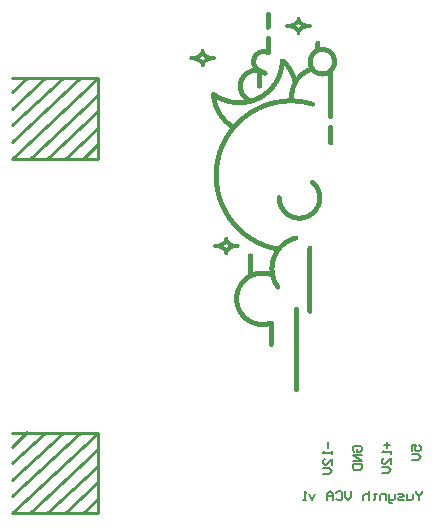
<source format=gbo>
G04 Layer_Color=32896*
%FSLAX43Y43*%
%MOMM*%
G71*
G01*
G75*
%ADD20C,0.254*%
%ADD41C,0.127*%
G36*
X143583Y148955D02*
X143626D01*
Y148941D01*
X143655D01*
Y148926D01*
X143670D01*
Y148912D01*
X143684D01*
Y148897D01*
X143699D01*
Y148883D01*
X143713D01*
Y148839D01*
X143728D01*
Y148738D01*
X143742D01*
Y148694D01*
X143757D01*
Y148665D01*
X143772D01*
Y148651D01*
X143786D01*
Y148636D01*
X143801D01*
Y148607D01*
X143815D01*
Y148593D01*
X143830D01*
Y148578D01*
X143844D01*
Y148564D01*
X143873D01*
Y148549D01*
X143888D01*
Y148535D01*
X143902D01*
Y148520D01*
X143931D01*
Y148505D01*
X143960D01*
Y148491D01*
X143989D01*
Y148476D01*
X144018D01*
Y148462D01*
X144047D01*
Y148447D01*
X144076D01*
Y148433D01*
X144120D01*
Y148418D01*
X144163D01*
Y148404D01*
X144222D01*
Y148389D01*
X144309D01*
Y148375D01*
X144439D01*
Y148360D01*
X144584D01*
Y148346D01*
X144599D01*
Y148331D01*
X144628D01*
Y148317D01*
X144643D01*
Y148302D01*
X144657D01*
Y148273D01*
X144672D01*
Y148244D01*
X144686D01*
Y148157D01*
X144672D01*
Y148114D01*
X144657D01*
Y148099D01*
X144643D01*
Y148084D01*
X144628D01*
Y148070D01*
X144613D01*
Y148055D01*
X144599D01*
Y148041D01*
X144555D01*
Y148026D01*
X144367D01*
Y148012D01*
X144265D01*
Y147997D01*
X144207D01*
Y147983D01*
X144149D01*
Y147968D01*
X144105D01*
Y147954D01*
X144062D01*
Y147939D01*
X144033D01*
Y147925D01*
X144004D01*
Y147910D01*
X143975D01*
Y147896D01*
X143946D01*
Y147881D01*
X143917D01*
Y147867D01*
X143902D01*
Y147852D01*
X143873D01*
Y147838D01*
X143859D01*
Y147823D01*
X143844D01*
Y147809D01*
X143830D01*
Y147794D01*
X143815D01*
Y147780D01*
X143801D01*
Y147765D01*
X143786D01*
Y147751D01*
X143772D01*
Y147722D01*
X143757D01*
Y147707D01*
X143742D01*
Y147664D01*
X143728D01*
Y147533D01*
X143713D01*
Y147504D01*
X143699D01*
Y147489D01*
X143684D01*
Y147475D01*
X143670D01*
Y147460D01*
X143655D01*
Y147446D01*
X143626D01*
Y147431D01*
X143496D01*
Y147446D01*
X143467D01*
Y147460D01*
X143452D01*
Y147475D01*
X143438D01*
Y147489D01*
X143423D01*
Y147504D01*
X143409D01*
Y147533D01*
X143394D01*
Y147664D01*
X143380D01*
Y147693D01*
X143365D01*
Y147722D01*
X143351D01*
Y147751D01*
X143336D01*
Y147765D01*
X143322D01*
Y147780D01*
X143307D01*
Y147794D01*
X143292D01*
Y147809D01*
X143278D01*
Y147823D01*
X143263D01*
Y147838D01*
X143249D01*
Y147852D01*
X143220D01*
Y147867D01*
X143205D01*
Y147881D01*
X143176D01*
Y147896D01*
X143147D01*
Y147910D01*
X143118D01*
Y147925D01*
X143089D01*
Y147939D01*
X143060D01*
Y147954D01*
X143017D01*
Y147968D01*
X142973D01*
Y147983D01*
X142915D01*
Y147997D01*
X142857D01*
Y148012D01*
X142755D01*
Y148026D01*
X142567D01*
Y148041D01*
X142523D01*
Y148055D01*
X142509D01*
Y148070D01*
X142494D01*
Y148084D01*
X142480D01*
Y148099D01*
X142465D01*
Y148114D01*
X142451D01*
Y148143D01*
X142436D01*
Y148244D01*
X142451D01*
Y148273D01*
X142465D01*
Y148302D01*
X142480D01*
Y148317D01*
X142494D01*
Y148331D01*
X142509D01*
Y148346D01*
X142538D01*
Y148360D01*
X142683D01*
Y148375D01*
X142813D01*
Y148389D01*
X142901D01*
Y148404D01*
X142944D01*
Y148418D01*
X143002D01*
Y148433D01*
X143046D01*
Y148447D01*
X143075D01*
Y148462D01*
X143104D01*
Y148476D01*
X143133D01*
Y148491D01*
X143162D01*
Y148505D01*
X143191D01*
Y148520D01*
X143205D01*
Y148535D01*
X143234D01*
Y148549D01*
X143249D01*
Y148564D01*
X143263D01*
Y148578D01*
X143278D01*
Y148593D01*
X143307D01*
Y148622D01*
X143322D01*
Y148636D01*
X143336D01*
Y148651D01*
X143351D01*
Y148680D01*
X143365D01*
Y148709D01*
X143380D01*
Y148752D01*
X143394D01*
Y148854D01*
X143409D01*
Y148883D01*
X143423D01*
Y148897D01*
X143438D01*
Y148912D01*
X143452D01*
Y148926D01*
X143467D01*
Y148941D01*
X143496D01*
Y148955D01*
X143539D01*
Y148970D01*
X143583D01*
Y148955D01*
D02*
G37*
G36*
X141565Y164851D02*
X141623D01*
Y164837D01*
X141652D01*
Y164822D01*
X141667D01*
Y164808D01*
X141681D01*
Y164793D01*
X141696D01*
Y164764D01*
X141710D01*
Y164706D01*
X141725D01*
Y164619D01*
X141739D01*
Y164575D01*
X141754D01*
Y164561D01*
X141768D01*
Y164532D01*
X141783D01*
Y164517D01*
X141797D01*
Y164503D01*
X141812D01*
Y164488D01*
X141826D01*
Y164474D01*
X141841D01*
Y164459D01*
X141855D01*
Y164445D01*
X141884D01*
Y164430D01*
X141899D01*
Y164416D01*
X141913D01*
Y164401D01*
X141942D01*
Y164387D01*
X141971D01*
Y164372D01*
X142001D01*
Y164358D01*
X142030D01*
Y164343D01*
X142073D01*
Y164329D01*
X142102D01*
Y164314D01*
X142160D01*
Y164299D01*
X142218D01*
Y164285D01*
X142291D01*
Y164270D01*
X142407D01*
Y164256D01*
X142567D01*
Y164241D01*
X142596D01*
Y164227D01*
X142610D01*
Y164212D01*
X142625D01*
Y164198D01*
X142639D01*
Y164183D01*
X142654D01*
Y164154D01*
X142668D01*
Y164024D01*
X142654D01*
Y163995D01*
X142639D01*
Y163980D01*
X142625D01*
Y163966D01*
X142610D01*
Y163951D01*
X142581D01*
Y163937D01*
X142552D01*
Y163922D01*
X142363D01*
Y163908D01*
X142262D01*
Y163893D01*
X142189D01*
Y163879D01*
X142146D01*
Y163864D01*
X142102D01*
Y163849D01*
X142059D01*
Y163835D01*
X142015D01*
Y163820D01*
X141986D01*
Y163806D01*
X141957D01*
Y163791D01*
X141928D01*
Y163777D01*
X141913D01*
Y163762D01*
X141884D01*
Y163748D01*
X141870D01*
Y163733D01*
X141855D01*
Y163719D01*
X141826D01*
Y163704D01*
X141812D01*
Y163690D01*
X141797D01*
Y163675D01*
X141783D01*
Y163646D01*
X141768D01*
Y163632D01*
X141754D01*
Y163603D01*
X141739D01*
Y163574D01*
X141725D01*
Y163458D01*
X141710D01*
Y163414D01*
X141696D01*
Y163385D01*
X141681D01*
Y163370D01*
X141667D01*
Y163356D01*
X141638D01*
Y163341D01*
X141609D01*
Y163327D01*
X141492D01*
Y163341D01*
X141463D01*
Y163356D01*
X141434D01*
Y163370D01*
X141420D01*
Y163385D01*
X141405D01*
Y163414D01*
X141391D01*
Y163458D01*
X141376D01*
Y163574D01*
X141362D01*
Y163603D01*
X141347D01*
Y163632D01*
X141333D01*
Y163646D01*
X141318D01*
Y163675D01*
X141304D01*
Y163690D01*
X141289D01*
Y163704D01*
X141275D01*
Y163719D01*
X141246D01*
Y163733D01*
X141231D01*
Y163748D01*
X141217D01*
Y163762D01*
X141188D01*
Y163777D01*
X141173D01*
Y163791D01*
X141144D01*
Y163806D01*
X141115D01*
Y163820D01*
X141086D01*
Y163835D01*
X141042D01*
Y163849D01*
X140999D01*
Y163864D01*
X140955D01*
Y163879D01*
X140912D01*
Y163893D01*
X140839D01*
Y163908D01*
X140738D01*
Y163922D01*
X140549D01*
Y163937D01*
X140520D01*
Y163951D01*
X140491D01*
Y163966D01*
X140476D01*
Y163980D01*
X140462D01*
Y163995D01*
X140447D01*
Y164024D01*
X140433D01*
Y164154D01*
X140447D01*
Y164183D01*
X140462D01*
Y164198D01*
X140476D01*
Y164212D01*
X140491D01*
Y164227D01*
X140505D01*
Y164241D01*
X140534D01*
Y164256D01*
X140694D01*
Y164270D01*
X140810D01*
Y164285D01*
X140883D01*
Y164299D01*
X140941D01*
Y164314D01*
X140999D01*
Y164329D01*
X141028D01*
Y164343D01*
X141071D01*
Y164358D01*
X141100D01*
Y164372D01*
X141130D01*
Y164387D01*
X141159D01*
Y164401D01*
X141188D01*
Y164416D01*
X141202D01*
Y164430D01*
X141217D01*
Y164445D01*
X141246D01*
Y164459D01*
X141260D01*
Y164474D01*
X141275D01*
Y164488D01*
X141289D01*
Y164503D01*
X141304D01*
Y164517D01*
X141318D01*
Y164532D01*
X141333D01*
Y164561D01*
X141347D01*
Y164575D01*
X141362D01*
Y164619D01*
X141376D01*
Y164706D01*
X141391D01*
Y164764D01*
X141405D01*
Y164793D01*
X141420D01*
Y164808D01*
X141434D01*
Y164822D01*
X141449D01*
Y164837D01*
X141478D01*
Y164851D01*
X141536D01*
Y164866D01*
X141565D01*
Y164851D01*
D02*
G37*
G36*
X150899Y153790D02*
X150943D01*
Y153775D01*
X150972D01*
Y153760D01*
X150986D01*
Y153746D01*
X151001D01*
Y153731D01*
X151030D01*
Y153717D01*
X151044D01*
Y153702D01*
X151059D01*
Y153688D01*
X151073D01*
Y153673D01*
X151088D01*
Y153659D01*
X151102D01*
Y153644D01*
X151117D01*
Y153630D01*
X151131D01*
Y153615D01*
X151146D01*
Y153601D01*
X151160D01*
Y153586D01*
X151175D01*
Y153572D01*
X151189D01*
Y153557D01*
X151204D01*
Y153543D01*
X151219D01*
Y153514D01*
X151233D01*
Y153499D01*
X151248D01*
Y153485D01*
X151262D01*
Y153470D01*
X151277D01*
Y153441D01*
X151291D01*
Y153427D01*
X151306D01*
Y153412D01*
X151320D01*
Y153383D01*
X151335D01*
Y153369D01*
X151349D01*
Y153339D01*
X151364D01*
Y153325D01*
X151378D01*
Y153296D01*
X151393D01*
Y153281D01*
X151407D01*
Y153252D01*
X151422D01*
Y153223D01*
X151436D01*
Y153209D01*
X151451D01*
Y153180D01*
X151465D01*
Y153151D01*
X151480D01*
Y153122D01*
X151494D01*
Y153093D01*
X151509D01*
Y153049D01*
X151523D01*
Y153020D01*
X151538D01*
Y152991D01*
X151552D01*
Y152948D01*
X151567D01*
Y152904D01*
X151581D01*
Y152860D01*
X151596D01*
Y152817D01*
X151610D01*
Y152773D01*
X151625D01*
Y152701D01*
X151639D01*
Y152643D01*
X151654D01*
Y152556D01*
X151669D01*
Y152425D01*
X151683D01*
Y152120D01*
X151669D01*
Y152004D01*
X151654D01*
Y151917D01*
X151639D01*
Y151844D01*
X151625D01*
Y151786D01*
X151610D01*
Y151728D01*
X151596D01*
Y151685D01*
X151581D01*
Y151641D01*
X151567D01*
Y151598D01*
X151552D01*
Y151568D01*
X151538D01*
Y151525D01*
X151523D01*
Y151496D01*
X151509D01*
Y151467D01*
X151494D01*
Y151438D01*
X151480D01*
Y151409D01*
X151465D01*
Y151380D01*
X151451D01*
Y151351D01*
X151436D01*
Y151322D01*
X151422D01*
Y151293D01*
X151407D01*
Y151278D01*
X151393D01*
Y151249D01*
X151378D01*
Y151235D01*
X151364D01*
Y151206D01*
X151349D01*
Y151191D01*
X151335D01*
Y151162D01*
X151320D01*
Y151147D01*
X151306D01*
Y151118D01*
X151291D01*
Y151104D01*
X151277D01*
Y151089D01*
X151262D01*
Y151060D01*
X151248D01*
Y151046D01*
X151233D01*
Y151031D01*
X151219D01*
Y151017D01*
X151204D01*
Y151002D01*
X151189D01*
Y150988D01*
X151175D01*
Y150973D01*
X151160D01*
Y150944D01*
X151146D01*
Y150930D01*
X151131D01*
Y150915D01*
X151117D01*
Y150901D01*
X151102D01*
Y150886D01*
X151088D01*
Y150872D01*
X151073D01*
Y150857D01*
X151044D01*
Y150843D01*
X151030D01*
Y150828D01*
X151015D01*
Y150814D01*
X151001D01*
Y150799D01*
X150986D01*
Y150785D01*
X150972D01*
Y150770D01*
X150943D01*
Y150756D01*
X150928D01*
Y150741D01*
X150914D01*
Y150727D01*
X150885D01*
Y150712D01*
X150870D01*
Y150697D01*
X150856D01*
Y150683D01*
X150827D01*
Y150668D01*
X150812D01*
Y150654D01*
X150783D01*
Y150639D01*
X150754D01*
Y150625D01*
X150739D01*
Y150610D01*
X150710D01*
Y150596D01*
X150681D01*
Y150581D01*
X150652D01*
Y150567D01*
X150638D01*
Y150552D01*
X150609D01*
Y150538D01*
X150580D01*
Y150523D01*
X150536D01*
Y150509D01*
X150507D01*
Y150494D01*
X150478D01*
Y150480D01*
X150435D01*
Y150465D01*
X150391D01*
Y150451D01*
X150348D01*
Y150436D01*
X150304D01*
Y150422D01*
X150260D01*
Y150407D01*
X150202D01*
Y150393D01*
X150130D01*
Y150378D01*
X150057D01*
Y150364D01*
X149941D01*
Y150349D01*
X149564D01*
Y150364D01*
X149447D01*
Y150378D01*
X149375D01*
Y150393D01*
X149302D01*
Y150407D01*
X149244D01*
Y150422D01*
X149201D01*
Y150436D01*
X149157D01*
Y150451D01*
X149114D01*
Y150465D01*
X149070D01*
Y150480D01*
X149027D01*
Y150494D01*
X148997D01*
Y150509D01*
X148968D01*
Y150523D01*
X148939D01*
Y150538D01*
X148896D01*
Y150552D01*
X148881D01*
Y150567D01*
X148852D01*
Y150581D01*
X148823D01*
Y150596D01*
X148794D01*
Y150610D01*
X148765D01*
Y150625D01*
X148751D01*
Y150639D01*
X148722D01*
Y150654D01*
X148693D01*
Y150668D01*
X148678D01*
Y150683D01*
X148649D01*
Y150697D01*
X148635D01*
Y150712D01*
X148620D01*
Y150727D01*
X148591D01*
Y150741D01*
X148577D01*
Y150756D01*
X148562D01*
Y150770D01*
X148533D01*
Y150785D01*
X148518D01*
Y150799D01*
X148504D01*
Y150814D01*
X148489D01*
Y150828D01*
X148475D01*
Y150843D01*
X148460D01*
Y150857D01*
X148446D01*
Y150872D01*
X148431D01*
Y150886D01*
X148402D01*
Y150901D01*
X148388D01*
Y150915D01*
X148373D01*
Y150930D01*
X148359D01*
Y150959D01*
X148344D01*
Y150973D01*
X148330D01*
Y150988D01*
X148315D01*
Y151002D01*
X148301D01*
Y151017D01*
X148286D01*
Y151031D01*
X148272D01*
Y151046D01*
X148257D01*
Y151075D01*
X148243D01*
Y151089D01*
X148228D01*
Y151104D01*
X148214D01*
Y151118D01*
X148199D01*
Y151147D01*
X148185D01*
Y151162D01*
X148170D01*
Y151191D01*
X148156D01*
Y151206D01*
X148141D01*
Y151235D01*
X148126D01*
Y151249D01*
X148112D01*
Y151278D01*
X148097D01*
Y151293D01*
X148083D01*
Y151322D01*
X148068D01*
Y151351D01*
X148054D01*
Y151380D01*
X148039D01*
Y151409D01*
X148025D01*
Y151438D01*
X148010D01*
Y151467D01*
X147996D01*
Y151496D01*
X147981D01*
Y151525D01*
X147967D01*
Y151568D01*
X147952D01*
Y151612D01*
X147938D01*
Y151641D01*
X147923D01*
Y151685D01*
X147909D01*
Y151743D01*
X147894D01*
Y151786D01*
X147880D01*
Y151844D01*
X147865D01*
Y151917D01*
X147851D01*
Y152004D01*
X147836D01*
Y152135D01*
X147822D01*
Y152323D01*
X147836D01*
Y152367D01*
X147851D01*
Y152381D01*
X147865D01*
Y152410D01*
X147880D01*
Y152425D01*
X147894D01*
Y152439D01*
X147909D01*
Y152454D01*
X147938D01*
Y152469D01*
X147967D01*
Y152483D01*
X148097D01*
Y152469D01*
X148126D01*
Y152454D01*
X148156D01*
Y152439D01*
X148170D01*
Y152425D01*
X148185D01*
Y152410D01*
X148199D01*
Y152396D01*
X148214D01*
Y152367D01*
X148228D01*
Y152338D01*
X148243D01*
Y152164D01*
X148257D01*
Y152033D01*
X148272D01*
Y151960D01*
X148286D01*
Y151888D01*
X148301D01*
Y151844D01*
X148315D01*
Y151801D01*
X148330D01*
Y151757D01*
X148344D01*
Y151714D01*
X148359D01*
Y151685D01*
X148373D01*
Y151656D01*
X148388D01*
Y151612D01*
X148402D01*
Y151583D01*
X148417D01*
Y151568D01*
X148431D01*
Y151539D01*
X148446D01*
Y151510D01*
X148460D01*
Y151481D01*
X148475D01*
Y151467D01*
X148489D01*
Y151438D01*
X148504D01*
Y151423D01*
X148518D01*
Y151394D01*
X148533D01*
Y151380D01*
X148547D01*
Y151365D01*
X148562D01*
Y151336D01*
X148577D01*
Y151322D01*
X148591D01*
Y151307D01*
X148606D01*
Y151293D01*
X148620D01*
Y151278D01*
X148635D01*
Y151249D01*
X148649D01*
Y151235D01*
X148664D01*
Y151220D01*
X148678D01*
Y151206D01*
X148693D01*
Y151191D01*
X148707D01*
Y151177D01*
X148722D01*
Y151162D01*
X148736D01*
Y151147D01*
X148765D01*
Y151133D01*
X148780D01*
Y151118D01*
X148794D01*
Y151104D01*
X148809D01*
Y151089D01*
X148823D01*
Y151075D01*
X148852D01*
Y151060D01*
X148867D01*
Y151046D01*
X148896D01*
Y151031D01*
X148910D01*
Y151017D01*
X148925D01*
Y151002D01*
X148954D01*
Y150988D01*
X148983D01*
Y150973D01*
X148997D01*
Y150959D01*
X149027D01*
Y150944D01*
X149056D01*
Y150930D01*
X149085D01*
Y150915D01*
X149114D01*
Y150901D01*
X149143D01*
Y150886D01*
X149186D01*
Y150872D01*
X149215D01*
Y150857D01*
X149259D01*
Y150843D01*
X149302D01*
Y150828D01*
X149360D01*
Y150814D01*
X149418D01*
Y150799D01*
X149491D01*
Y150785D01*
X149578D01*
Y150770D01*
X149927D01*
Y150785D01*
X150028D01*
Y150799D01*
X150101D01*
Y150814D01*
X150144D01*
Y150828D01*
X150202D01*
Y150843D01*
X150246D01*
Y150857D01*
X150289D01*
Y150872D01*
X150318D01*
Y150886D01*
X150362D01*
Y150901D01*
X150391D01*
Y150915D01*
X150420D01*
Y150930D01*
X150449D01*
Y150944D01*
X150478D01*
Y150959D01*
X150507D01*
Y150973D01*
X150522D01*
Y150988D01*
X150551D01*
Y151002D01*
X150580D01*
Y151017D01*
X150594D01*
Y151031D01*
X150623D01*
Y151046D01*
X150638D01*
Y151060D01*
X150652D01*
Y151075D01*
X150681D01*
Y151089D01*
X150696D01*
Y151104D01*
X150710D01*
Y151118D01*
X150725D01*
Y151133D01*
X150739D01*
Y151147D01*
X150768D01*
Y151162D01*
X150783D01*
Y151177D01*
X150798D01*
Y151191D01*
X150812D01*
Y151206D01*
X150827D01*
Y151220D01*
X150841D01*
Y151235D01*
X150856D01*
Y151249D01*
X150870D01*
Y151264D01*
X150885D01*
Y151293D01*
X150899D01*
Y151307D01*
X150914D01*
Y151322D01*
X150928D01*
Y151336D01*
X150943D01*
Y151351D01*
X150957D01*
Y151380D01*
X150972D01*
Y151394D01*
X150986D01*
Y151423D01*
X151001D01*
Y151438D01*
X151015D01*
Y151467D01*
X151030D01*
Y151481D01*
X151044D01*
Y151510D01*
X151059D01*
Y151539D01*
X151073D01*
Y151554D01*
X151088D01*
Y151583D01*
X151102D01*
Y151612D01*
X151117D01*
Y151641D01*
X151131D01*
Y151685D01*
X151146D01*
Y151714D01*
X151160D01*
Y151757D01*
X151175D01*
Y151801D01*
X151189D01*
Y151844D01*
X151204D01*
Y151888D01*
X151219D01*
Y151946D01*
X151233D01*
Y152033D01*
X151248D01*
Y152149D01*
X151262D01*
Y152410D01*
X151248D01*
Y152527D01*
X151233D01*
Y152599D01*
X151219D01*
Y152657D01*
X151204D01*
Y152715D01*
X151189D01*
Y152759D01*
X151175D01*
Y152802D01*
X151160D01*
Y152831D01*
X151146D01*
Y152875D01*
X151131D01*
Y152904D01*
X151117D01*
Y152933D01*
X151102D01*
Y152962D01*
X151088D01*
Y152991D01*
X151073D01*
Y153020D01*
X151059D01*
Y153049D01*
X151044D01*
Y153064D01*
X151030D01*
Y153093D01*
X151015D01*
Y153107D01*
X151001D01*
Y153136D01*
X150986D01*
Y153151D01*
X150972D01*
Y153180D01*
X150957D01*
Y153194D01*
X150943D01*
Y153209D01*
X150928D01*
Y153223D01*
X150914D01*
Y153252D01*
X150899D01*
Y153267D01*
X150885D01*
Y153281D01*
X150870D01*
Y153296D01*
X150856D01*
Y153310D01*
X150841D01*
Y153325D01*
X150827D01*
Y153339D01*
X150812D01*
Y153354D01*
X150798D01*
Y153369D01*
X150783D01*
Y153383D01*
X150768D01*
Y153398D01*
X150754D01*
Y153412D01*
X150739D01*
Y153427D01*
X150725D01*
Y153441D01*
X150710D01*
Y153456D01*
X150696D01*
Y153470D01*
X150681D01*
Y153485D01*
X150667D01*
Y153528D01*
X150652D01*
Y153659D01*
X150667D01*
Y153688D01*
X150681D01*
Y153717D01*
X150696D01*
Y153731D01*
X150710D01*
Y153746D01*
X150725D01*
Y153760D01*
X150739D01*
Y153775D01*
X150768D01*
Y153790D01*
X150812D01*
Y153804D01*
X150899D01*
Y153790D01*
D02*
G37*
G36*
X152438Y158435D02*
X152481D01*
Y158420D01*
X152510D01*
Y158406D01*
X152525D01*
Y158391D01*
X152540D01*
Y158377D01*
X152554D01*
Y158362D01*
X152569D01*
Y158348D01*
X152583D01*
Y158304D01*
X152598D01*
Y158246D01*
X152612D01*
Y156925D01*
X152598D01*
Y156852D01*
X152583D01*
Y156823D01*
X152569D01*
Y156809D01*
X152554D01*
Y156780D01*
X152540D01*
Y156765D01*
X152510D01*
Y156751D01*
X152496D01*
Y156736D01*
X152467D01*
Y156722D01*
X152322D01*
Y156736D01*
X152293D01*
Y156751D01*
X152278D01*
Y156765D01*
X152249D01*
Y156780D01*
X152235D01*
Y156809D01*
X152220D01*
Y156823D01*
X152206D01*
Y156852D01*
X152191D01*
Y156925D01*
X152177D01*
Y158246D01*
X152191D01*
Y158319D01*
X152206D01*
Y158348D01*
X152220D01*
Y158362D01*
X152235D01*
Y158377D01*
X152249D01*
Y158391D01*
X152264D01*
Y158406D01*
X152278D01*
Y158420D01*
X152307D01*
Y158435D01*
X152351D01*
Y158449D01*
X152438D01*
Y158435D01*
D02*
G37*
G36*
X150696Y148186D02*
X150739D01*
Y148172D01*
X150768D01*
Y148157D01*
X150783D01*
Y148143D01*
X150798D01*
Y148128D01*
X150812D01*
Y148114D01*
X150827D01*
Y148084D01*
X150841D01*
Y148055D01*
X150856D01*
Y142597D01*
X150841D01*
Y142554D01*
X150827D01*
Y142539D01*
X150812D01*
Y142510D01*
X150798D01*
Y142496D01*
X150783D01*
Y142481D01*
X150754D01*
Y142467D01*
X150725D01*
Y142452D01*
X150681D01*
Y142438D01*
X150609D01*
Y142452D01*
X150565D01*
Y142467D01*
X150536D01*
Y142481D01*
X150522D01*
Y142496D01*
X150507D01*
Y142510D01*
X150493D01*
Y142525D01*
X150478D01*
Y142539D01*
X150464D01*
Y142568D01*
X150449D01*
Y142612D01*
X150435D01*
Y148041D01*
X150449D01*
Y148084D01*
X150464D01*
Y148099D01*
X150478D01*
Y148128D01*
X150493D01*
Y148143D01*
X150507D01*
Y148157D01*
X150522D01*
Y148172D01*
X150551D01*
Y148186D01*
X150594D01*
Y148201D01*
X150696D01*
Y148186D01*
D02*
G37*
G36*
X149564Y143004D02*
X149607D01*
Y142989D01*
X149622D01*
Y142975D01*
X149636D01*
Y142960D01*
X149651D01*
Y142946D01*
X149665D01*
Y142931D01*
X149680D01*
Y142902D01*
X149694D01*
Y142873D01*
X149709D01*
Y135949D01*
X149694D01*
Y135920D01*
X149680D01*
Y135891D01*
X149665D01*
Y135876D01*
X149651D01*
Y135862D01*
X149636D01*
Y135847D01*
X149622D01*
Y135833D01*
X149607D01*
Y135818D01*
X149564D01*
Y135803D01*
X149433D01*
Y135818D01*
X149404D01*
Y135833D01*
X149375D01*
Y135847D01*
X149360D01*
Y135862D01*
X149346D01*
Y135876D01*
X149331D01*
Y135891D01*
X149317D01*
Y135920D01*
X149302D01*
Y135963D01*
X149288D01*
Y142859D01*
X149302D01*
Y142902D01*
X149317D01*
Y142931D01*
X149331D01*
Y142946D01*
X149346D01*
Y142960D01*
X149360D01*
Y142975D01*
X149375D01*
Y142989D01*
X149404D01*
Y143004D01*
X149433D01*
Y143018D01*
X149564D01*
Y143004D01*
D02*
G37*
G36*
X147197Y167987D02*
X147226D01*
Y167972D01*
X147255D01*
Y167958D01*
X147270D01*
Y167943D01*
X147285D01*
Y167929D01*
X147299D01*
Y167900D01*
X147314D01*
Y167871D01*
X147328D01*
Y167813D01*
X147343D01*
Y166695D01*
X147328D01*
Y166651D01*
X147314D01*
Y166622D01*
X147299D01*
Y166593D01*
X147285D01*
Y166579D01*
X147270D01*
Y166564D01*
X147255D01*
Y166550D01*
X147241D01*
Y166535D01*
X147212D01*
Y166521D01*
X147154D01*
Y166506D01*
X147096D01*
Y166521D01*
X147038D01*
Y166535D01*
X147023D01*
Y166550D01*
X146994D01*
Y166564D01*
X146980D01*
Y166579D01*
X146965D01*
Y166593D01*
X146951D01*
Y166622D01*
X146936D01*
Y166651D01*
X146922D01*
Y167871D01*
X146936D01*
Y167900D01*
X146951D01*
Y167929D01*
X146965D01*
Y167943D01*
X146980D01*
Y167958D01*
X146994D01*
Y167972D01*
X147023D01*
Y167987D01*
X147052D01*
Y168001D01*
X147197D01*
Y167987D01*
D02*
G37*
G36*
X147168Y165969D02*
X147212D01*
Y165954D01*
X147241D01*
Y165940D01*
X147255D01*
Y165925D01*
X147270D01*
Y165911D01*
X147285D01*
Y165896D01*
X147299D01*
Y165882D01*
X147314D01*
Y165853D01*
X147328D01*
Y165795D01*
X147343D01*
Y164517D01*
X147328D01*
Y164474D01*
X147314D01*
Y164445D01*
X147299D01*
Y164416D01*
X147285D01*
Y164401D01*
X147270D01*
Y164387D01*
X147255D01*
Y164372D01*
X147226D01*
Y164358D01*
X147197D01*
Y164343D01*
X147052D01*
Y164358D01*
X147023D01*
Y164372D01*
X146994D01*
Y164387D01*
X146965D01*
Y164401D01*
X146922D01*
Y164416D01*
X146864D01*
Y164430D01*
X146588D01*
Y164416D01*
X146530D01*
Y164401D01*
X146501D01*
Y164387D01*
X146457D01*
Y164372D01*
X146428D01*
Y164358D01*
X146399D01*
Y164343D01*
X146385D01*
Y164329D01*
X146355D01*
Y164314D01*
X146341D01*
Y164299D01*
X146326D01*
Y164285D01*
X146297D01*
Y164270D01*
X146283D01*
Y164256D01*
X146268D01*
Y164241D01*
X146254D01*
Y164227D01*
X146239D01*
Y164198D01*
X146225D01*
Y164183D01*
X146210D01*
Y164169D01*
X146196D01*
Y164140D01*
X146181D01*
Y164125D01*
X146167D01*
Y164096D01*
X146152D01*
Y164067D01*
X146138D01*
Y164024D01*
X146123D01*
Y163980D01*
X146109D01*
Y163937D01*
X146094D01*
Y163661D01*
X146109D01*
Y163603D01*
X146123D01*
Y163559D01*
X146138D01*
Y163530D01*
X146152D01*
Y163501D01*
X146167D01*
Y163472D01*
X146181D01*
Y163458D01*
X146196D01*
Y163429D01*
X146210D01*
Y163414D01*
X146225D01*
Y163385D01*
X146239D01*
Y163370D01*
X146254D01*
Y163356D01*
X146268D01*
Y163341D01*
X146283D01*
Y163327D01*
X146297D01*
Y163312D01*
X146312D01*
Y163298D01*
X146341D01*
Y163283D01*
X146355D01*
Y163269D01*
X146370D01*
Y163254D01*
X146399D01*
Y163240D01*
X146428D01*
Y163225D01*
X146472D01*
Y163211D01*
X146515D01*
Y163196D01*
X146559D01*
Y163182D01*
X146602D01*
Y163167D01*
X146646D01*
Y163153D01*
X146675D01*
Y163138D01*
X146704D01*
Y163124D01*
X146747D01*
Y163109D01*
X146776D01*
Y163095D01*
X146791D01*
Y163080D01*
X146820D01*
Y163066D01*
X146849D01*
Y163051D01*
X146878D01*
Y163037D01*
X146893D01*
Y163022D01*
X146922D01*
Y163008D01*
X146936D01*
Y162993D01*
X146965D01*
Y162979D01*
X146980D01*
Y162964D01*
X146994D01*
Y162949D01*
X147009D01*
Y162935D01*
X147023D01*
Y162906D01*
X147038D01*
Y162862D01*
X147052D01*
Y162761D01*
X147038D01*
Y162717D01*
X147023D01*
Y162703D01*
X147009D01*
Y162674D01*
X146994D01*
Y162659D01*
X146980D01*
Y162645D01*
X146951D01*
Y162630D01*
X146922D01*
Y162616D01*
X146878D01*
Y162601D01*
X146805D01*
Y162616D01*
X146762D01*
Y162630D01*
X146733D01*
Y162645D01*
X146704D01*
Y162659D01*
X146689D01*
Y162674D01*
X146660D01*
Y162688D01*
X146646D01*
Y162703D01*
X146617D01*
Y162717D01*
X146588D01*
Y162732D01*
X146573D01*
Y161672D01*
X146559D01*
Y161643D01*
X146544D01*
Y161614D01*
X146530D01*
Y161599D01*
X146515D01*
Y161585D01*
X146501D01*
Y161570D01*
X146486D01*
Y161556D01*
X146457D01*
Y161541D01*
X146414D01*
Y161527D01*
X146312D01*
Y161541D01*
X146283D01*
Y161556D01*
X146254D01*
Y161570D01*
X146239D01*
Y161585D01*
X146210D01*
Y161614D01*
X146196D01*
Y161628D01*
X146181D01*
Y161657D01*
X146167D01*
Y161701D01*
X146152D01*
Y162848D01*
X145934D01*
Y162833D01*
X145847D01*
Y162819D01*
X145775D01*
Y162804D01*
X145731D01*
Y162790D01*
X145688D01*
Y162775D01*
X145644D01*
Y162761D01*
X145615D01*
Y162746D01*
X145586D01*
Y162732D01*
X145557D01*
Y162717D01*
X145528D01*
Y162703D01*
X145499D01*
Y162688D01*
X145484D01*
Y162674D01*
X145455D01*
Y162659D01*
X145441D01*
Y162645D01*
X145412D01*
Y162630D01*
X145397D01*
Y162616D01*
X145383D01*
Y162601D01*
X145354D01*
Y162587D01*
X145339D01*
Y162572D01*
X145325D01*
Y162558D01*
X145310D01*
Y162543D01*
X145296D01*
Y162528D01*
X145281D01*
Y162514D01*
X145267D01*
Y162499D01*
X145252D01*
Y162485D01*
X145238D01*
Y162470D01*
X145223D01*
Y162456D01*
X145209D01*
Y162441D01*
X145194D01*
Y162412D01*
X145180D01*
Y162398D01*
X145165D01*
Y162383D01*
X145151D01*
Y162354D01*
X145136D01*
Y162340D01*
X145122D01*
Y162311D01*
X145107D01*
Y162282D01*
X145093D01*
Y162267D01*
X145078D01*
Y162238D01*
X145063D01*
Y162209D01*
X145049D01*
Y162166D01*
X145034D01*
Y162137D01*
X145020D01*
Y162093D01*
X145005D01*
Y162049D01*
X144991D01*
Y161991D01*
X144976D01*
Y161919D01*
X144962D01*
Y161774D01*
X144947D01*
Y161687D01*
X144962D01*
Y161541D01*
X144976D01*
Y161469D01*
X144991D01*
Y161411D01*
X145005D01*
Y161367D01*
X145020D01*
Y161324D01*
X145034D01*
Y161295D01*
X145049D01*
Y161266D01*
X145063D01*
Y161237D01*
X145078D01*
Y161207D01*
X145093D01*
Y161178D01*
X145107D01*
Y161149D01*
X145122D01*
Y161135D01*
X145136D01*
Y161106D01*
X145151D01*
Y161091D01*
X145165D01*
Y161062D01*
X145180D01*
Y161048D01*
X145194D01*
Y161033D01*
X145209D01*
Y161004D01*
X145223D01*
Y160990D01*
X145238D01*
Y160975D01*
X145252D01*
Y160961D01*
X145267D01*
Y160946D01*
X145281D01*
Y160932D01*
X145296D01*
Y160917D01*
X145310D01*
Y160903D01*
X145325D01*
Y160888D01*
X145339D01*
Y160874D01*
X145368D01*
Y160859D01*
X145383D01*
Y160845D01*
X145397D01*
Y160830D01*
X145412D01*
Y160816D01*
X145441D01*
Y160801D01*
X145455D01*
Y160786D01*
X145484D01*
Y160772D01*
X145514D01*
Y160757D01*
X145528D01*
Y160743D01*
X145557D01*
Y160728D01*
X145586D01*
Y160714D01*
X145630D01*
Y160699D01*
X145659D01*
Y160685D01*
X145702D01*
Y160699D01*
X145746D01*
Y160714D01*
X145789D01*
Y160728D01*
X145818D01*
Y160743D01*
X145862D01*
Y160757D01*
X145905D01*
Y160772D01*
X145934D01*
Y160786D01*
X145978D01*
Y160801D01*
X146007D01*
Y160816D01*
X146036D01*
Y160830D01*
X146080D01*
Y160845D01*
X146109D01*
Y160859D01*
X146138D01*
Y160874D01*
X146167D01*
Y160888D01*
X146196D01*
Y160903D01*
X146225D01*
Y160917D01*
X146254D01*
Y160932D01*
X146283D01*
Y160946D01*
X146312D01*
Y160961D01*
X146326D01*
Y160975D01*
X146355D01*
Y160990D01*
X146385D01*
Y161004D01*
X146414D01*
Y161019D01*
X146428D01*
Y161033D01*
X146457D01*
Y161048D01*
X146486D01*
Y161062D01*
X146501D01*
Y161077D01*
X146530D01*
Y161091D01*
X146544D01*
Y161106D01*
X146573D01*
Y161120D01*
X146588D01*
Y161135D01*
X146617D01*
Y161149D01*
X146631D01*
Y161164D01*
X146660D01*
Y161178D01*
X146675D01*
Y161193D01*
X146689D01*
Y161207D01*
X146718D01*
Y161222D01*
X146733D01*
Y161237D01*
X146747D01*
Y161251D01*
X146776D01*
Y161266D01*
X146791D01*
Y161280D01*
X146805D01*
Y161295D01*
X146820D01*
Y161309D01*
X146849D01*
Y161324D01*
X146864D01*
Y161338D01*
X146878D01*
Y161353D01*
X146893D01*
Y161367D01*
X146907D01*
Y161382D01*
X146922D01*
Y161396D01*
X146951D01*
Y161411D01*
X146965D01*
Y161425D01*
X146980D01*
Y161440D01*
X146994D01*
Y161454D01*
X147009D01*
Y161469D01*
X147023D01*
Y161483D01*
X147038D01*
Y161498D01*
X147052D01*
Y161512D01*
X147067D01*
Y161527D01*
X147081D01*
Y161541D01*
X147096D01*
Y161556D01*
X147110D01*
Y161570D01*
X147125D01*
Y161585D01*
X147139D01*
Y161599D01*
X147154D01*
Y161614D01*
X147168D01*
Y161628D01*
X147183D01*
Y161643D01*
X147197D01*
Y161657D01*
X147212D01*
Y161672D01*
X147226D01*
Y161701D01*
X147241D01*
Y161716D01*
X147255D01*
Y161730D01*
X147270D01*
Y161745D01*
X147285D01*
Y161759D01*
X147299D01*
Y161774D01*
X147314D01*
Y161803D01*
X147328D01*
Y161817D01*
X147343D01*
Y161832D01*
X147357D01*
Y161846D01*
X147372D01*
Y161875D01*
X147386D01*
Y161890D01*
X147401D01*
Y161904D01*
X147415D01*
Y161933D01*
X147430D01*
Y161948D01*
X147444D01*
Y161962D01*
X147459D01*
Y161991D01*
X147473D01*
Y162006D01*
X147488D01*
Y162035D01*
X147502D01*
Y162049D01*
X147517D01*
Y162078D01*
X147531D01*
Y162093D01*
X147546D01*
Y162122D01*
X147560D01*
Y162137D01*
X147575D01*
Y162166D01*
X147589D01*
Y162195D01*
X147604D01*
Y162209D01*
X147618D01*
Y162238D01*
X147633D01*
Y162267D01*
X147647D01*
Y162282D01*
X147662D01*
Y162311D01*
X147676D01*
Y162340D01*
X147691D01*
Y162369D01*
X147706D01*
Y162398D01*
X147720D01*
Y162427D01*
X147735D01*
Y162456D01*
X147749D01*
Y162485D01*
X147764D01*
Y162514D01*
X147778D01*
Y162543D01*
X147793D01*
Y162572D01*
X147807D01*
Y162616D01*
X147822D01*
Y162645D01*
X147836D01*
Y162688D01*
X147851D01*
Y162717D01*
X147865D01*
Y162761D01*
X147880D01*
Y162790D01*
X147894D01*
Y162833D01*
X147909D01*
Y162877D01*
X147923D01*
Y162920D01*
X147938D01*
Y162964D01*
X147952D01*
Y163022D01*
X147967D01*
Y163066D01*
X147981D01*
Y163124D01*
X147996D01*
Y163182D01*
X148010D01*
Y163254D01*
X148025D01*
Y163327D01*
X148039D01*
Y163399D01*
X148054D01*
Y163501D01*
X148068D01*
Y163617D01*
X148083D01*
Y163806D01*
X148097D01*
Y163908D01*
X148112D01*
Y163951D01*
X148126D01*
Y163966D01*
X148141D01*
Y163995D01*
X148156D01*
Y164009D01*
X148185D01*
Y164024D01*
X148199D01*
Y164038D01*
X148243D01*
Y164053D01*
X148431D01*
Y164038D01*
X148460D01*
Y164024D01*
X148489D01*
Y164009D01*
X148504D01*
Y163995D01*
X148518D01*
Y163980D01*
X148533D01*
Y163966D01*
X148547D01*
Y163951D01*
X148562D01*
Y163937D01*
X148577D01*
Y163922D01*
X148591D01*
Y163908D01*
X148606D01*
Y163893D01*
X148620D01*
Y163879D01*
X148635D01*
Y163864D01*
X148649D01*
Y163849D01*
X148664D01*
Y163835D01*
X148678D01*
Y163820D01*
X148693D01*
Y163806D01*
X148707D01*
Y163791D01*
X148722D01*
Y163777D01*
X148736D01*
Y163762D01*
X148751D01*
Y163748D01*
X148765D01*
Y163733D01*
X148780D01*
Y163704D01*
X148794D01*
Y163690D01*
X148809D01*
Y163675D01*
X148823D01*
Y163661D01*
X148838D01*
Y163646D01*
X148852D01*
Y163617D01*
X148867D01*
Y163603D01*
X148881D01*
Y163588D01*
X148896D01*
Y163574D01*
X148910D01*
Y163545D01*
X148925D01*
Y163530D01*
X148939D01*
Y163516D01*
X148954D01*
Y163501D01*
X148968D01*
Y163472D01*
X148983D01*
Y163458D01*
X148997D01*
Y163429D01*
X149012D01*
Y163414D01*
X149027D01*
Y163399D01*
X149041D01*
Y163370D01*
X149056D01*
Y163356D01*
X149070D01*
Y163327D01*
X149085D01*
Y163312D01*
X149099D01*
Y163283D01*
X149114D01*
Y163254D01*
X149128D01*
Y163240D01*
X149143D01*
Y163211D01*
X149157D01*
Y163196D01*
X149172D01*
Y163167D01*
X149186D01*
Y163138D01*
X149201D01*
Y163109D01*
X149215D01*
Y163095D01*
X149230D01*
Y163066D01*
X149244D01*
Y163037D01*
X149259D01*
Y163008D01*
X149273D01*
Y162979D01*
X149288D01*
Y162949D01*
X149302D01*
Y162920D01*
X149317D01*
Y162891D01*
X149331D01*
Y162862D01*
X149346D01*
Y162833D01*
X149360D01*
Y162804D01*
X149375D01*
Y162775D01*
X149389D01*
Y162732D01*
X149404D01*
Y162703D01*
X149418D01*
Y162674D01*
X149433D01*
Y162630D01*
X149447D01*
Y162587D01*
X149462D01*
Y162558D01*
X149477D01*
Y162528D01*
X149491D01*
Y162543D01*
X149506D01*
Y162572D01*
X149520D01*
Y162587D01*
X149535D01*
Y162601D01*
X149549D01*
Y162616D01*
X149564D01*
Y162630D01*
X149578D01*
Y162645D01*
X149593D01*
Y162659D01*
X149607D01*
Y162674D01*
X149622D01*
Y162688D01*
X149636D01*
Y162717D01*
X149651D01*
Y162732D01*
X149665D01*
Y162746D01*
X149694D01*
Y162761D01*
X149709D01*
Y162775D01*
X149723D01*
Y162790D01*
X149738D01*
Y162804D01*
X149752D01*
Y162819D01*
X149767D01*
Y162833D01*
X149781D01*
Y162848D01*
X149796D01*
Y162862D01*
X149810D01*
Y162877D01*
X149839D01*
Y162891D01*
X149854D01*
Y162906D01*
X149868D01*
Y162920D01*
X149883D01*
Y162935D01*
X149912D01*
Y162949D01*
X149927D01*
Y162964D01*
X149941D01*
Y162979D01*
X149970D01*
Y162993D01*
X149985D01*
Y163008D01*
X149999D01*
Y163022D01*
X150028D01*
Y163037D01*
X150043D01*
Y163051D01*
X150072D01*
Y163066D01*
X150086D01*
Y163080D01*
X150115D01*
Y163095D01*
X150144D01*
Y163109D01*
X150159D01*
Y163124D01*
X150188D01*
Y163138D01*
X150217D01*
Y163153D01*
X150231D01*
Y163167D01*
X150260D01*
Y163182D01*
X150289D01*
Y163196D01*
X150318D01*
Y163211D01*
X150348D01*
Y163225D01*
X150377D01*
Y163240D01*
X150406D01*
Y163254D01*
X150449D01*
Y163269D01*
X150478D01*
Y163283D01*
X150507D01*
Y163298D01*
X150551D01*
Y163312D01*
X150536D01*
Y163356D01*
X150522D01*
Y163385D01*
X150507D01*
Y163429D01*
X150493D01*
Y163487D01*
X150478D01*
Y163545D01*
X150464D01*
Y163646D01*
X150449D01*
Y163951D01*
X150464D01*
Y164038D01*
X150478D01*
Y164111D01*
X150493D01*
Y164154D01*
X150507D01*
Y164198D01*
X150522D01*
Y164241D01*
X150536D01*
Y164285D01*
X150551D01*
Y164314D01*
X150565D01*
Y164343D01*
X150580D01*
Y164372D01*
X150594D01*
Y164401D01*
X150609D01*
Y164430D01*
X150623D01*
Y164445D01*
X150638D01*
Y164474D01*
X150652D01*
Y164488D01*
X150667D01*
Y164517D01*
X150681D01*
Y164532D01*
X150696D01*
Y164561D01*
X150710D01*
Y164575D01*
X150725D01*
Y164590D01*
X150739D01*
Y164604D01*
X150754D01*
Y164619D01*
X150768D01*
Y164633D01*
X150783D01*
Y164662D01*
X150798D01*
Y164677D01*
X150812D01*
Y164691D01*
X150827D01*
Y164706D01*
X150856D01*
Y164720D01*
X150870D01*
Y164735D01*
X150885D01*
Y164750D01*
X150899D01*
Y164764D01*
X150914D01*
Y164779D01*
X150928D01*
Y164793D01*
X150957D01*
Y164808D01*
X150972D01*
Y164822D01*
X151001D01*
Y164837D01*
X151015D01*
Y164851D01*
X151044D01*
Y164866D01*
X151059D01*
Y164880D01*
X151088D01*
Y164895D01*
X151102D01*
Y165417D01*
X151117D01*
Y165461D01*
X151131D01*
Y165490D01*
X151146D01*
Y165504D01*
X151160D01*
Y165519D01*
X151175D01*
Y165533D01*
X151189D01*
Y165548D01*
X151219D01*
Y165562D01*
X151248D01*
Y165577D01*
X151378D01*
Y165562D01*
X151407D01*
Y165548D01*
X151436D01*
Y165533D01*
X151451D01*
Y165519D01*
X151465D01*
Y165504D01*
X151480D01*
Y165490D01*
X151494D01*
Y165461D01*
X151509D01*
Y165417D01*
X151523D01*
Y165040D01*
X151872D01*
Y165025D01*
X151944D01*
Y165011D01*
X152017D01*
Y164996D01*
X152060D01*
Y164982D01*
X152104D01*
Y164967D01*
X152148D01*
Y164953D01*
X152177D01*
Y164938D01*
X152206D01*
Y164924D01*
X152249D01*
Y164909D01*
X152278D01*
Y164895D01*
X152293D01*
Y164880D01*
X152322D01*
Y164866D01*
X152351D01*
Y164851D01*
X152365D01*
Y164837D01*
X152394D01*
Y164822D01*
X152409D01*
Y164808D01*
X152438D01*
Y164793D01*
X152452D01*
Y164779D01*
X152467D01*
Y164764D01*
X152496D01*
Y164750D01*
X152510D01*
Y164735D01*
X152525D01*
Y164720D01*
X152540D01*
Y164706D01*
X152554D01*
Y164691D01*
X152569D01*
Y164677D01*
X152583D01*
Y164662D01*
X152598D01*
Y164648D01*
X152612D01*
Y164633D01*
X152627D01*
Y164619D01*
X152641D01*
Y164604D01*
X152656D01*
Y164575D01*
X152670D01*
Y164561D01*
X152685D01*
Y164546D01*
X152699D01*
Y164517D01*
X152714D01*
Y164503D01*
X152728D01*
Y164488D01*
X152743D01*
Y164459D01*
X152757D01*
Y164430D01*
X152772D01*
Y164416D01*
X152786D01*
Y164387D01*
X152801D01*
Y164358D01*
X152815D01*
Y164329D01*
X152830D01*
Y164299D01*
X152844D01*
Y164256D01*
X152859D01*
Y164227D01*
X152873D01*
Y164183D01*
X152888D01*
Y164125D01*
X152902D01*
Y164067D01*
X152917D01*
Y163995D01*
X152931D01*
Y163879D01*
X152946D01*
Y163719D01*
X152931D01*
Y163603D01*
X152917D01*
Y163516D01*
X152902D01*
Y163472D01*
X152888D01*
Y163414D01*
X152873D01*
Y163370D01*
X152859D01*
Y163341D01*
X152844D01*
Y163298D01*
X152830D01*
Y163269D01*
X152815D01*
Y163240D01*
X152801D01*
Y163211D01*
X152786D01*
Y163182D01*
X152772D01*
Y163153D01*
X152757D01*
Y163138D01*
X152743D01*
Y163109D01*
X152728D01*
Y163095D01*
X152714D01*
Y163066D01*
X152699D01*
Y163051D01*
X152685D01*
Y163037D01*
X152670D01*
Y163008D01*
X152656D01*
Y162993D01*
X152641D01*
Y162979D01*
X152627D01*
Y162964D01*
X152612D01*
Y162949D01*
X152598D01*
Y159117D01*
X152583D01*
Y159059D01*
X152569D01*
Y159030D01*
X152554D01*
Y159015D01*
X152540D01*
Y158986D01*
X152510D01*
Y158972D01*
X152496D01*
Y158957D01*
X152467D01*
Y158943D01*
X152438D01*
Y158928D01*
X152336D01*
Y158943D01*
X152293D01*
Y158957D01*
X152264D01*
Y158972D01*
X152249D01*
Y158986D01*
X152235D01*
Y159001D01*
X152220D01*
Y159015D01*
X152206D01*
Y159044D01*
X152191D01*
Y159074D01*
X152177D01*
Y162645D01*
X152148D01*
Y162630D01*
X152119D01*
Y162616D01*
X152075D01*
Y162601D01*
X152017D01*
Y162587D01*
X151959D01*
Y162572D01*
X151886D01*
Y162558D01*
X151712D01*
Y162543D01*
X151683D01*
Y162558D01*
X151509D01*
Y162572D01*
X151422D01*
Y162587D01*
X151364D01*
Y162601D01*
X151320D01*
Y162616D01*
X151277D01*
Y162630D01*
X151233D01*
Y162645D01*
X151204D01*
Y162659D01*
X151175D01*
Y162674D01*
X151146D01*
Y162688D01*
X151117D01*
Y162703D01*
X151088D01*
Y162717D01*
X151059D01*
Y162732D01*
X151030D01*
Y162746D01*
X151015D01*
Y162761D01*
X150986D01*
Y162775D01*
X150972D01*
Y162790D01*
X150943D01*
Y162804D01*
X150928D01*
Y162819D01*
X150914D01*
Y162833D01*
X150899D01*
Y162848D01*
X150885D01*
Y162862D01*
X150856D01*
Y162877D01*
X150841D01*
Y162891D01*
X150827D01*
Y162906D01*
X150812D01*
Y162920D01*
X150798D01*
Y162935D01*
X150739D01*
Y162920D01*
X150696D01*
Y162906D01*
X150667D01*
Y162891D01*
X150623D01*
Y162877D01*
X150594D01*
Y162862D01*
X150565D01*
Y162848D01*
X150536D01*
Y162833D01*
X150507D01*
Y162819D01*
X150478D01*
Y162804D01*
X150449D01*
Y162790D01*
X150420D01*
Y162775D01*
X150391D01*
Y162761D01*
X150377D01*
Y162746D01*
X150348D01*
Y162732D01*
X150318D01*
Y162717D01*
X150304D01*
Y162703D01*
X150275D01*
Y162688D01*
X150260D01*
Y162674D01*
X150231D01*
Y162659D01*
X150217D01*
Y162645D01*
X150202D01*
Y162630D01*
X150173D01*
Y162616D01*
X150159D01*
Y162601D01*
X150144D01*
Y162587D01*
X150115D01*
Y162572D01*
X150101D01*
Y162558D01*
X150086D01*
Y162543D01*
X150072D01*
Y162528D01*
X150057D01*
Y162514D01*
X150043D01*
Y162499D01*
X150014D01*
Y162485D01*
X149999D01*
Y162470D01*
X149985D01*
Y162456D01*
X149970D01*
Y162441D01*
X149956D01*
Y162427D01*
X149941D01*
Y162412D01*
X149927D01*
Y162398D01*
X149912D01*
Y162383D01*
X149898D01*
Y162369D01*
X149883D01*
Y162340D01*
X149868D01*
Y162325D01*
X149854D01*
Y162311D01*
X149839D01*
Y162296D01*
X149825D01*
Y162282D01*
X149810D01*
Y162267D01*
X149796D01*
Y162238D01*
X149781D01*
Y162224D01*
X149767D01*
Y162209D01*
X149752D01*
Y162180D01*
X149738D01*
Y162166D01*
X149723D01*
Y162151D01*
X149709D01*
Y162122D01*
X149694D01*
Y162107D01*
X149680D01*
Y162078D01*
X149665D01*
Y162064D01*
X149651D01*
Y162035D01*
X149636D01*
Y162006D01*
X149622D01*
Y161991D01*
X149607D01*
Y161962D01*
X149593D01*
Y161933D01*
X149578D01*
Y161904D01*
X149564D01*
Y161875D01*
X149549D01*
Y161846D01*
X149535D01*
Y161817D01*
X149520D01*
Y161788D01*
X149506D01*
Y161759D01*
X149491D01*
Y161716D01*
X149477D01*
Y161687D01*
X149462D01*
Y161643D01*
X149447D01*
Y161599D01*
X149433D01*
Y161556D01*
X149418D01*
Y161512D01*
X149404D01*
Y161469D01*
X149389D01*
Y161411D01*
X149375D01*
Y161338D01*
X149360D01*
Y161266D01*
X149346D01*
Y161164D01*
X149331D01*
Y160961D01*
X149317D01*
Y160845D01*
X149331D01*
Y160685D01*
X149389D01*
Y160670D01*
X149593D01*
Y160656D01*
X149738D01*
Y160641D01*
X149868D01*
Y160627D01*
X149970D01*
Y160612D01*
X150057D01*
Y160598D01*
X150144D01*
Y160583D01*
X150231D01*
Y160569D01*
X150304D01*
Y160554D01*
X150377D01*
Y160540D01*
X150449D01*
Y160525D01*
X150507D01*
Y160511D01*
X150565D01*
Y160496D01*
X150623D01*
Y160482D01*
X150681D01*
Y160467D01*
X150739D01*
Y160453D01*
X150798D01*
Y160438D01*
X150841D01*
Y160424D01*
X150899D01*
Y160409D01*
X150928D01*
Y160395D01*
X150957D01*
Y160380D01*
X150986D01*
Y160366D01*
X151001D01*
Y160351D01*
X151015D01*
Y160322D01*
X151030D01*
Y160307D01*
X151044D01*
Y160264D01*
X151059D01*
Y160162D01*
X151044D01*
Y160119D01*
X151030D01*
Y160090D01*
X151015D01*
Y160075D01*
X151001D01*
Y160061D01*
X150986D01*
Y160046D01*
X150972D01*
Y160032D01*
X150943D01*
Y160017D01*
X150914D01*
Y160003D01*
X150783D01*
Y160017D01*
X150739D01*
Y160032D01*
X150681D01*
Y160046D01*
X150638D01*
Y160061D01*
X150580D01*
Y160075D01*
X150522D01*
Y160090D01*
X150464D01*
Y160104D01*
X150406D01*
Y160119D01*
X150333D01*
Y160133D01*
X150260D01*
Y160148D01*
X150188D01*
Y160162D01*
X150115D01*
Y160177D01*
X150028D01*
Y160191D01*
X149941D01*
Y160206D01*
X149839D01*
Y160220D01*
X149723D01*
Y160235D01*
X149578D01*
Y160249D01*
X149375D01*
Y160264D01*
X148678D01*
Y160249D01*
X148489D01*
Y160235D01*
X148344D01*
Y160220D01*
X148214D01*
Y160206D01*
X148112D01*
Y160191D01*
X148025D01*
Y160177D01*
X147938D01*
Y160162D01*
X147865D01*
Y160148D01*
X147793D01*
Y160133D01*
X147720D01*
Y160119D01*
X147662D01*
Y160104D01*
X147589D01*
Y160090D01*
X147531D01*
Y160075D01*
X147473D01*
Y160061D01*
X147430D01*
Y160046D01*
X147372D01*
Y160032D01*
X147328D01*
Y160017D01*
X147270D01*
Y160003D01*
X147226D01*
Y159988D01*
X147183D01*
Y159974D01*
X147139D01*
Y159959D01*
X147096D01*
Y159945D01*
X147052D01*
Y159930D01*
X147009D01*
Y159915D01*
X146965D01*
Y159901D01*
X146922D01*
Y159886D01*
X146878D01*
Y159872D01*
X146849D01*
Y159857D01*
X146805D01*
Y159843D01*
X146776D01*
Y159828D01*
X146733D01*
Y159814D01*
X146704D01*
Y159799D01*
X146660D01*
Y159785D01*
X146631D01*
Y159770D01*
X146602D01*
Y159756D01*
X146559D01*
Y159741D01*
X146530D01*
Y159727D01*
X146501D01*
Y159712D01*
X146472D01*
Y159698D01*
X146428D01*
Y159683D01*
X146399D01*
Y159669D01*
X146370D01*
Y159654D01*
X146341D01*
Y159640D01*
X146312D01*
Y159625D01*
X146283D01*
Y159611D01*
X146254D01*
Y159596D01*
X146225D01*
Y159582D01*
X146196D01*
Y159567D01*
X146167D01*
Y159553D01*
X146138D01*
Y159538D01*
X146123D01*
Y159524D01*
X146094D01*
Y159509D01*
X146065D01*
Y159495D01*
X146036D01*
Y159480D01*
X146007D01*
Y159465D01*
X145993D01*
Y159451D01*
X145964D01*
Y159436D01*
X145934D01*
Y159422D01*
X145905D01*
Y159407D01*
X145891D01*
Y159393D01*
X145862D01*
Y159378D01*
X145833D01*
Y159364D01*
X145818D01*
Y159349D01*
X145789D01*
Y159335D01*
X145775D01*
Y159320D01*
X145746D01*
Y159306D01*
X145717D01*
Y159291D01*
X145702D01*
Y159277D01*
X145673D01*
Y159262D01*
X145659D01*
Y159248D01*
X145630D01*
Y159233D01*
X145615D01*
Y159219D01*
X145586D01*
Y159204D01*
X145572D01*
Y159190D01*
X145543D01*
Y159175D01*
X145528D01*
Y159161D01*
X145514D01*
Y159146D01*
X145484D01*
Y159132D01*
X145470D01*
Y159117D01*
X145441D01*
Y159103D01*
X145426D01*
Y159088D01*
X145412D01*
Y159074D01*
X145383D01*
Y159059D01*
X145368D01*
Y159044D01*
X145354D01*
Y159030D01*
X145325D01*
Y159015D01*
X145310D01*
Y159001D01*
X145296D01*
Y158986D01*
X145267D01*
Y158972D01*
X145252D01*
Y158957D01*
X145238D01*
Y158943D01*
X145223D01*
Y158928D01*
X145194D01*
Y158914D01*
X145180D01*
Y158899D01*
X145165D01*
Y158885D01*
X145151D01*
Y158870D01*
X145122D01*
Y158856D01*
X145107D01*
Y158841D01*
X145093D01*
Y158827D01*
X145078D01*
Y158812D01*
X145063D01*
Y158798D01*
X145034D01*
Y158783D01*
X145020D01*
Y158769D01*
X145005D01*
Y158754D01*
X144991D01*
Y158740D01*
X144976D01*
Y158725D01*
X144962D01*
Y158711D01*
X144947D01*
Y158696D01*
X144933D01*
Y158682D01*
X144904D01*
Y158667D01*
X144889D01*
Y158653D01*
X144875D01*
Y158638D01*
X144860D01*
Y158624D01*
X144846D01*
Y158609D01*
X144831D01*
Y158594D01*
X144817D01*
Y158580D01*
X144802D01*
Y158565D01*
X144788D01*
Y158551D01*
X144773D01*
Y158536D01*
X144759D01*
Y158522D01*
X144744D01*
Y158507D01*
X144730D01*
Y158493D01*
X144715D01*
Y158478D01*
X144701D01*
Y158464D01*
X144686D01*
Y158449D01*
X144672D01*
Y158435D01*
X144657D01*
Y158420D01*
X144643D01*
Y158406D01*
X144628D01*
Y158391D01*
X144613D01*
Y158377D01*
X144599D01*
Y158362D01*
X144584D01*
Y158348D01*
X144570D01*
Y158333D01*
X144555D01*
Y158319D01*
X144541D01*
Y158304D01*
X144526D01*
Y158290D01*
X144512D01*
Y158275D01*
X144497D01*
Y158261D01*
X144483D01*
Y158232D01*
X144468D01*
Y158217D01*
X144454D01*
Y158203D01*
X144439D01*
Y158188D01*
X144425D01*
Y158174D01*
X144410D01*
Y158159D01*
X144396D01*
Y158144D01*
X144381D01*
Y158115D01*
X144367D01*
Y158101D01*
X144352D01*
Y158086D01*
X144338D01*
Y158072D01*
X144323D01*
Y158057D01*
X144309D01*
Y158028D01*
X144294D01*
Y158014D01*
X144280D01*
Y157999D01*
X144265D01*
Y157985D01*
X144251D01*
Y157956D01*
X144236D01*
Y157941D01*
X144222D01*
Y157927D01*
X144207D01*
Y157912D01*
X144193D01*
Y157883D01*
X144178D01*
Y157869D01*
X144163D01*
Y157854D01*
X144149D01*
Y157825D01*
X144134D01*
Y157811D01*
X144120D01*
Y157796D01*
X144105D01*
Y157767D01*
X144091D01*
Y157753D01*
X144076D01*
Y157738D01*
X144062D01*
Y157709D01*
X144047D01*
Y157694D01*
X144033D01*
Y157665D01*
X144018D01*
Y157651D01*
X144004D01*
Y157636D01*
X143989D01*
Y157607D01*
X143975D01*
Y157593D01*
X143960D01*
Y157564D01*
X143946D01*
Y157549D01*
X143931D01*
Y157520D01*
X143917D01*
Y157506D01*
X143902D01*
Y157477D01*
X143888D01*
Y157462D01*
X143873D01*
Y157433D01*
X143859D01*
Y157404D01*
X143844D01*
Y157390D01*
X143830D01*
Y157361D01*
X143815D01*
Y157346D01*
X143801D01*
Y157317D01*
X143786D01*
Y157288D01*
X143772D01*
Y157273D01*
X143757D01*
Y157244D01*
X143742D01*
Y157215D01*
X143728D01*
Y157186D01*
X143713D01*
Y157172D01*
X143699D01*
Y157143D01*
X143684D01*
Y157114D01*
X143670D01*
Y157085D01*
X143655D01*
Y157056D01*
X143641D01*
Y157041D01*
X143626D01*
Y157012D01*
X143612D01*
Y156983D01*
X143597D01*
Y156954D01*
X143583D01*
Y156925D01*
X143568D01*
Y156896D01*
X143554D01*
Y156867D01*
X143539D01*
Y156838D01*
X143525D01*
Y156809D01*
X143510D01*
Y156780D01*
X143496D01*
Y156751D01*
X143481D01*
Y156707D01*
X143467D01*
Y156678D01*
X143452D01*
Y156649D01*
X143438D01*
Y156620D01*
X143423D01*
Y156591D01*
X143409D01*
Y156548D01*
X143394D01*
Y156519D01*
X143380D01*
Y156475D01*
X143365D01*
Y156446D01*
X143351D01*
Y156402D01*
X143336D01*
Y156373D01*
X143322D01*
Y156330D01*
X143307D01*
Y156301D01*
X143292D01*
Y156257D01*
X143278D01*
Y156214D01*
X143263D01*
Y156170D01*
X143249D01*
Y156141D01*
X143234D01*
Y156098D01*
X143220D01*
Y156040D01*
X143205D01*
Y155996D01*
X143191D01*
Y155952D01*
X143176D01*
Y155909D01*
X143162D01*
Y155865D01*
X143147D01*
Y155807D01*
X143133D01*
Y155749D01*
X143118D01*
Y155706D01*
X143104D01*
Y155648D01*
X143089D01*
Y155590D01*
X143075D01*
Y155517D01*
X143060D01*
Y155459D01*
X143046D01*
Y155386D01*
X143031D01*
Y155314D01*
X143017D01*
Y155241D01*
X143002D01*
Y155154D01*
X142988D01*
Y155052D01*
X142973D01*
Y154951D01*
X142959D01*
Y154835D01*
X142944D01*
Y154690D01*
X142930D01*
Y154486D01*
X142915D01*
Y153833D01*
X142930D01*
Y153630D01*
X142944D01*
Y153485D01*
X142959D01*
Y153369D01*
X142973D01*
Y153252D01*
X142988D01*
Y153165D01*
X143002D01*
Y153078D01*
X143017D01*
Y153006D01*
X143031D01*
Y152933D01*
X143046D01*
Y152860D01*
X143060D01*
Y152788D01*
X143075D01*
Y152730D01*
X143089D01*
Y152672D01*
X143104D01*
Y152614D01*
X143118D01*
Y152570D01*
X143133D01*
Y152512D01*
X143147D01*
Y152454D01*
X143162D01*
Y152410D01*
X143176D01*
Y152367D01*
X143191D01*
Y152309D01*
X143205D01*
Y152265D01*
X143220D01*
Y152222D01*
X143234D01*
Y152178D01*
X143249D01*
Y152135D01*
X143263D01*
Y152106D01*
X143278D01*
Y152062D01*
X143292D01*
Y152018D01*
X143307D01*
Y151975D01*
X143322D01*
Y151946D01*
X143336D01*
Y151902D01*
X143351D01*
Y151873D01*
X143365D01*
Y151830D01*
X143380D01*
Y151801D01*
X143394D01*
Y151772D01*
X143409D01*
Y151728D01*
X143423D01*
Y151699D01*
X143438D01*
Y151670D01*
X143452D01*
Y151627D01*
X143467D01*
Y151598D01*
X143481D01*
Y151568D01*
X143496D01*
Y151539D01*
X143510D01*
Y151510D01*
X143525D01*
Y151481D01*
X143539D01*
Y151452D01*
X143554D01*
Y151423D01*
X143568D01*
Y151394D01*
X143583D01*
Y151365D01*
X143597D01*
Y151336D01*
X143612D01*
Y151307D01*
X143626D01*
Y151278D01*
X143641D01*
Y151249D01*
X143655D01*
Y151235D01*
X143670D01*
Y151206D01*
X143684D01*
Y151177D01*
X143699D01*
Y151147D01*
X143713D01*
Y151118D01*
X143728D01*
Y151104D01*
X143742D01*
Y151075D01*
X143757D01*
Y151046D01*
X143772D01*
Y151031D01*
X143786D01*
Y151002D01*
X143801D01*
Y150973D01*
X143815D01*
Y150959D01*
X143830D01*
Y150930D01*
X143844D01*
Y150901D01*
X143859D01*
Y150886D01*
X143873D01*
Y150857D01*
X143888D01*
Y150843D01*
X143902D01*
Y150814D01*
X143917D01*
Y150799D01*
X143931D01*
Y150770D01*
X143946D01*
Y150756D01*
X143960D01*
Y150727D01*
X143975D01*
Y150712D01*
X143989D01*
Y150683D01*
X144004D01*
Y150668D01*
X144018D01*
Y150639D01*
X144033D01*
Y150625D01*
X144047D01*
Y150610D01*
X144062D01*
Y150581D01*
X144076D01*
Y150567D01*
X144091D01*
Y150538D01*
X144105D01*
Y150523D01*
X144120D01*
Y150509D01*
X144134D01*
Y150480D01*
X144149D01*
Y150465D01*
X144163D01*
Y150451D01*
X144178D01*
Y150422D01*
X144193D01*
Y150407D01*
X144207D01*
Y150393D01*
X144222D01*
Y150378D01*
X144236D01*
Y150349D01*
X144251D01*
Y150335D01*
X144265D01*
Y150320D01*
X144280D01*
Y150306D01*
X144294D01*
Y150276D01*
X144309D01*
Y150262D01*
X144323D01*
Y150247D01*
X144338D01*
Y150233D01*
X144352D01*
Y150218D01*
X144367D01*
Y150189D01*
X144381D01*
Y150175D01*
X144396D01*
Y150160D01*
X144410D01*
Y150146D01*
X144425D01*
Y150131D01*
X144439D01*
Y150117D01*
X144454D01*
Y150102D01*
X144468D01*
Y150073D01*
X144483D01*
Y150059D01*
X144497D01*
Y150044D01*
X144512D01*
Y150030D01*
X144526D01*
Y150015D01*
X144541D01*
Y150001D01*
X144555D01*
Y149986D01*
X144570D01*
Y149972D01*
X144584D01*
Y149957D01*
X144599D01*
Y149943D01*
X144613D01*
Y149928D01*
X144628D01*
Y149914D01*
X144643D01*
Y149899D01*
X144657D01*
Y149885D01*
X144672D01*
Y149870D01*
X144686D01*
Y149856D01*
X144701D01*
Y149841D01*
X144715D01*
Y149826D01*
X144730D01*
Y149812D01*
X144744D01*
Y149797D01*
X144759D01*
Y149783D01*
X144773D01*
Y149768D01*
X144788D01*
Y149754D01*
X144802D01*
Y149739D01*
X144817D01*
Y149725D01*
X144831D01*
Y149710D01*
X144846D01*
Y149696D01*
X144860D01*
Y149681D01*
X144875D01*
Y149667D01*
X144889D01*
Y149652D01*
X144904D01*
Y149638D01*
X144918D01*
Y149623D01*
X144933D01*
Y149609D01*
X144962D01*
Y149594D01*
X144976D01*
Y149580D01*
X144991D01*
Y149565D01*
X145005D01*
Y149551D01*
X145020D01*
Y149536D01*
X145034D01*
Y149522D01*
X145049D01*
Y149507D01*
X145078D01*
Y149493D01*
X145093D01*
Y149478D01*
X145107D01*
Y149464D01*
X145122D01*
Y149449D01*
X145136D01*
Y149435D01*
X145165D01*
Y149420D01*
X145180D01*
Y149406D01*
X145194D01*
Y149391D01*
X145209D01*
Y149376D01*
X145238D01*
Y149362D01*
X145252D01*
Y149347D01*
X145267D01*
Y149333D01*
X145281D01*
Y149318D01*
X145310D01*
Y149304D01*
X145325D01*
Y149289D01*
X145339D01*
Y149275D01*
X145368D01*
Y149260D01*
X145383D01*
Y149246D01*
X145397D01*
Y149231D01*
X145426D01*
Y149217D01*
X145441D01*
Y149202D01*
X145470D01*
Y149188D01*
X145484D01*
Y149173D01*
X145499D01*
Y149159D01*
X145528D01*
Y149144D01*
X145543D01*
Y149130D01*
X145572D01*
Y149115D01*
X145586D01*
Y149101D01*
X145615D01*
Y149086D01*
X145630D01*
Y149072D01*
X145659D01*
Y149057D01*
X145673D01*
Y149043D01*
X145702D01*
Y149028D01*
X145717D01*
Y149014D01*
X145746D01*
Y148999D01*
X145760D01*
Y148985D01*
X145789D01*
Y148970D01*
X145818D01*
Y148955D01*
X145833D01*
Y148941D01*
X145862D01*
Y148926D01*
X145876D01*
Y148912D01*
X145905D01*
Y148897D01*
X145934D01*
Y148883D01*
X145964D01*
Y148868D01*
X145978D01*
Y148854D01*
X146007D01*
Y148839D01*
X146036D01*
Y148825D01*
X146065D01*
Y148810D01*
X146080D01*
Y148796D01*
X146109D01*
Y148781D01*
X146138D01*
Y148767D01*
X146167D01*
Y148752D01*
X146196D01*
Y148738D01*
X146225D01*
Y148723D01*
X146254D01*
Y148709D01*
X146283D01*
Y148694D01*
X146312D01*
Y148680D01*
X146341D01*
Y148665D01*
X146370D01*
Y148651D01*
X146399D01*
Y148636D01*
X146428D01*
Y148622D01*
X146457D01*
Y148607D01*
X146486D01*
Y148593D01*
X146530D01*
Y148578D01*
X146559D01*
Y148564D01*
X146588D01*
Y148549D01*
X146617D01*
Y148535D01*
X146660D01*
Y148520D01*
X146689D01*
Y148505D01*
X146733D01*
Y148491D01*
X146762D01*
Y148476D01*
X146805D01*
Y148462D01*
X146835D01*
Y148447D01*
X146878D01*
Y148433D01*
X146922D01*
Y148418D01*
X146951D01*
Y148404D01*
X146994D01*
Y148389D01*
X147038D01*
Y148375D01*
X147081D01*
Y148360D01*
X147125D01*
Y148346D01*
X147168D01*
Y148331D01*
X147212D01*
Y148317D01*
X147270D01*
Y148302D01*
X147314D01*
Y148288D01*
X147357D01*
Y148273D01*
X147415D01*
Y148259D01*
X147473D01*
Y148244D01*
X147531D01*
Y148230D01*
X147589D01*
Y148215D01*
X147647D01*
Y148201D01*
X147706D01*
Y148186D01*
X147778D01*
Y148172D01*
X147851D01*
Y148157D01*
X147923D01*
Y148172D01*
X147938D01*
Y148186D01*
X147952D01*
Y148201D01*
X147967D01*
Y148215D01*
X147981D01*
Y148244D01*
X147996D01*
Y148259D01*
X148010D01*
Y148273D01*
X148025D01*
Y148288D01*
X148039D01*
Y148302D01*
X148054D01*
Y148317D01*
X148068D01*
Y148331D01*
X148083D01*
Y148346D01*
X148097D01*
Y148360D01*
X148112D01*
Y148375D01*
X148126D01*
Y148389D01*
X148141D01*
Y148404D01*
X148170D01*
Y148418D01*
X148185D01*
Y148433D01*
X148199D01*
Y148447D01*
X148214D01*
Y148462D01*
X148228D01*
Y148476D01*
X148243D01*
Y148491D01*
X148257D01*
Y148505D01*
X148286D01*
Y148520D01*
X148301D01*
Y148535D01*
X148315D01*
Y148549D01*
X148330D01*
Y148564D01*
X148359D01*
Y148578D01*
X148373D01*
Y148593D01*
X148388D01*
Y148607D01*
X148417D01*
Y148622D01*
X148431D01*
Y148636D01*
X148460D01*
Y148651D01*
X148475D01*
Y148665D01*
X148504D01*
Y148680D01*
X148518D01*
Y148694D01*
X148547D01*
Y148709D01*
X148562D01*
Y148723D01*
X148591D01*
Y148738D01*
X148606D01*
Y148752D01*
X148635D01*
Y148767D01*
X148664D01*
Y148781D01*
X148678D01*
Y148796D01*
X148707D01*
Y148810D01*
X148736D01*
Y148825D01*
X148765D01*
Y148839D01*
X148794D01*
Y148854D01*
X148823D01*
Y148868D01*
X148852D01*
Y148883D01*
X148881D01*
Y148897D01*
X148910D01*
Y148912D01*
X148939D01*
Y148926D01*
X148983D01*
Y148941D01*
X149012D01*
Y148955D01*
X149056D01*
Y148970D01*
X149085D01*
Y148985D01*
X149128D01*
Y148999D01*
X149172D01*
Y149014D01*
X149215D01*
Y149028D01*
X149259D01*
Y149043D01*
X149302D01*
Y149057D01*
X149360D01*
Y149072D01*
X149506D01*
Y149057D01*
X149535D01*
Y149043D01*
X149564D01*
Y149028D01*
X149578D01*
Y149014D01*
X149593D01*
Y148999D01*
X149607D01*
Y148970D01*
X149622D01*
Y148955D01*
X149636D01*
Y148897D01*
X149651D01*
Y148839D01*
X149636D01*
Y148781D01*
X149622D01*
Y148752D01*
X149607D01*
Y148738D01*
X149593D01*
Y148723D01*
X149578D01*
Y148709D01*
X149564D01*
Y148694D01*
X149535D01*
Y148680D01*
X149506D01*
Y148665D01*
X149462D01*
Y148651D01*
X149418D01*
Y148636D01*
X149360D01*
Y148622D01*
X149317D01*
Y148607D01*
X149273D01*
Y148593D01*
X149244D01*
Y148578D01*
X149201D01*
Y148564D01*
X149172D01*
Y148549D01*
X149128D01*
Y148535D01*
X149099D01*
Y148520D01*
X149070D01*
Y148505D01*
X149041D01*
Y148491D01*
X149012D01*
Y148476D01*
X148983D01*
Y148462D01*
X148954D01*
Y148447D01*
X148925D01*
Y148433D01*
X148896D01*
Y148418D01*
X148867D01*
Y148404D01*
X148852D01*
Y148389D01*
X148823D01*
Y148375D01*
X148794D01*
Y148360D01*
X148780D01*
Y148346D01*
X148751D01*
Y148331D01*
X148736D01*
Y148317D01*
X148707D01*
Y148302D01*
X148693D01*
Y148288D01*
X148664D01*
Y148273D01*
X148649D01*
Y148259D01*
X148635D01*
Y148244D01*
X148606D01*
Y148230D01*
X148591D01*
Y148215D01*
X148577D01*
Y148201D01*
X148547D01*
Y148186D01*
X148533D01*
Y148172D01*
X148518D01*
Y148157D01*
X148504D01*
Y148143D01*
X148489D01*
Y148128D01*
X148475D01*
Y148114D01*
X148446D01*
Y148099D01*
X148431D01*
Y148084D01*
X148417D01*
Y148070D01*
X148402D01*
Y148055D01*
X148388D01*
Y148041D01*
X148373D01*
Y148026D01*
X148359D01*
Y148012D01*
X148344D01*
Y147997D01*
X148330D01*
Y147983D01*
X148315D01*
Y147968D01*
X148301D01*
Y147954D01*
X148286D01*
Y147939D01*
X148272D01*
Y147925D01*
X148257D01*
Y147896D01*
X148243D01*
Y147881D01*
X148228D01*
Y147867D01*
X148214D01*
Y147852D01*
X148199D01*
Y147838D01*
X148185D01*
Y147809D01*
X148170D01*
Y147794D01*
X148156D01*
Y147780D01*
X148141D01*
Y147765D01*
X148126D01*
Y147736D01*
X148112D01*
Y147722D01*
X148097D01*
Y147693D01*
X148083D01*
Y147678D01*
X148068D01*
Y147664D01*
X148054D01*
Y147634D01*
X148039D01*
Y147620D01*
X148025D01*
Y147591D01*
X148010D01*
Y147562D01*
X147996D01*
Y147547D01*
X147981D01*
Y147518D01*
X147967D01*
Y147489D01*
X147952D01*
Y147475D01*
X147938D01*
Y147446D01*
X147923D01*
Y147417D01*
X147909D01*
Y147388D01*
X147894D01*
Y147359D01*
X147880D01*
Y147330D01*
X147865D01*
Y147301D01*
X147851D01*
Y147257D01*
X147836D01*
Y147228D01*
X147822D01*
Y147199D01*
X147807D01*
Y147155D01*
X147793D01*
Y147112D01*
X147778D01*
Y147068D01*
X147764D01*
Y147025D01*
X147749D01*
Y146981D01*
X147735D01*
Y146938D01*
X147720D01*
Y146880D01*
X147706D01*
Y146822D01*
X147691D01*
Y146749D01*
X147676D01*
Y146662D01*
X147662D01*
Y146560D01*
X147647D01*
Y146372D01*
X147633D01*
Y146168D01*
X147647D01*
Y145980D01*
X147662D01*
Y145878D01*
X147676D01*
Y145805D01*
X147691D01*
Y145733D01*
X147706D01*
Y145675D01*
X147720D01*
Y145617D01*
X147735D01*
Y145559D01*
X147749D01*
Y145515D01*
X147764D01*
Y145472D01*
X147778D01*
Y145428D01*
X147793D01*
Y145384D01*
X147807D01*
Y145355D01*
X147822D01*
Y145312D01*
X147836D01*
Y145283D01*
X147851D01*
Y145254D01*
X147865D01*
Y145225D01*
X147880D01*
Y145196D01*
X147894D01*
Y145167D01*
X147909D01*
Y145138D01*
X147923D01*
Y145109D01*
X147938D01*
Y145080D01*
X147952D01*
Y145051D01*
X147967D01*
Y145021D01*
X147981D01*
Y145007D01*
X147996D01*
Y144978D01*
X148010D01*
Y144949D01*
X148025D01*
Y144934D01*
X148039D01*
Y144905D01*
X148054D01*
Y144891D01*
X148068D01*
Y144862D01*
X148083D01*
Y144847D01*
X148097D01*
Y144818D01*
X148112D01*
Y144804D01*
X148126D01*
Y144746D01*
X148141D01*
Y144673D01*
X148126D01*
Y144630D01*
X148112D01*
Y144601D01*
X148097D01*
Y144586D01*
X148083D01*
Y144571D01*
X148068D01*
Y144557D01*
X148054D01*
Y144542D01*
X148039D01*
Y144528D01*
X148010D01*
Y144513D01*
X147952D01*
Y144499D01*
X147894D01*
Y144513D01*
X147851D01*
Y144528D01*
X147822D01*
Y144542D01*
X147793D01*
Y144557D01*
X147778D01*
Y144571D01*
X147764D01*
Y144586D01*
X147749D01*
Y144615D01*
X147735D01*
Y144630D01*
X147720D01*
Y144659D01*
X147706D01*
Y144673D01*
X147691D01*
Y144702D01*
X147676D01*
Y144717D01*
X147662D01*
Y144746D01*
X147647D01*
Y144775D01*
X147633D01*
Y144789D01*
X147618D01*
Y144818D01*
X147604D01*
Y144847D01*
X147589D01*
Y144862D01*
X147575D01*
Y144891D01*
X147560D01*
Y144920D01*
X147546D01*
Y144949D01*
X147531D01*
Y144978D01*
X147517D01*
Y145007D01*
X147502D01*
Y145036D01*
X147488D01*
Y145065D01*
X147473D01*
Y145094D01*
X147459D01*
Y145138D01*
X147444D01*
Y145167D01*
X147430D01*
Y145210D01*
X147415D01*
Y145239D01*
X147401D01*
Y145283D01*
X147386D01*
Y145326D01*
X147372D01*
Y145370D01*
X147357D01*
Y145413D01*
X147343D01*
Y145457D01*
X147328D01*
Y145501D01*
X147314D01*
Y145559D01*
X147299D01*
Y145573D01*
X147285D01*
Y145588D01*
X147241D01*
Y145602D01*
X147197D01*
Y145617D01*
X147139D01*
Y145631D01*
X147081D01*
Y145646D01*
X147023D01*
Y145660D01*
X146951D01*
Y145675D01*
X146849D01*
Y145689D01*
X146385D01*
Y145675D01*
X146283D01*
Y145660D01*
X146210D01*
Y145646D01*
X146138D01*
Y145631D01*
X146094D01*
Y145617D01*
X146036D01*
Y145602D01*
X145993D01*
Y145588D01*
X145949D01*
Y145573D01*
X145905D01*
Y145559D01*
X145876D01*
Y145544D01*
X145833D01*
Y145530D01*
X145804D01*
Y145515D01*
X145775D01*
Y145501D01*
X145746D01*
Y145486D01*
X145717D01*
Y145472D01*
X145688D01*
Y145457D01*
X145659D01*
Y145442D01*
X145630D01*
Y145428D01*
X145615D01*
Y145413D01*
X145586D01*
Y145399D01*
X145557D01*
Y145384D01*
X145543D01*
Y145370D01*
X145514D01*
Y145355D01*
X145499D01*
Y145341D01*
X145470D01*
Y145326D01*
X145455D01*
Y145312D01*
X145441D01*
Y145297D01*
X145412D01*
Y145283D01*
X145397D01*
Y145268D01*
X145383D01*
Y145254D01*
X145368D01*
Y145239D01*
X145339D01*
Y145225D01*
X145325D01*
Y145210D01*
X145310D01*
Y145196D01*
X145296D01*
Y145181D01*
X145281D01*
Y145167D01*
X145267D01*
Y145152D01*
X145252D01*
Y145138D01*
X145238D01*
Y145123D01*
X145223D01*
Y145109D01*
X145209D01*
Y145094D01*
X145194D01*
Y145080D01*
X145180D01*
Y145065D01*
X145165D01*
Y145051D01*
X145151D01*
Y145036D01*
X145136D01*
Y145021D01*
X145122D01*
Y145007D01*
X145107D01*
Y144992D01*
X145093D01*
Y144963D01*
X145078D01*
Y144949D01*
X145063D01*
Y144934D01*
X145049D01*
Y144905D01*
X145034D01*
Y144891D01*
X145020D01*
Y144876D01*
X145005D01*
Y144847D01*
X144991D01*
Y144833D01*
X144976D01*
Y144804D01*
X144962D01*
Y144789D01*
X144947D01*
Y144760D01*
X144933D01*
Y144746D01*
X144918D01*
Y144717D01*
X144904D01*
Y144688D01*
X144889D01*
Y144659D01*
X144875D01*
Y144630D01*
X144860D01*
Y144601D01*
X144846D01*
Y144571D01*
X144831D01*
Y144542D01*
X144817D01*
Y144513D01*
X144802D01*
Y144484D01*
X144788D01*
Y144441D01*
X144773D01*
Y144397D01*
X144759D01*
Y144368D01*
X144744D01*
Y144310D01*
X144730D01*
Y144267D01*
X144715D01*
Y144209D01*
X144701D01*
Y144150D01*
X144686D01*
Y144078D01*
X144672D01*
Y143991D01*
X144657D01*
Y143817D01*
X144643D01*
Y143642D01*
X144657D01*
Y143468D01*
X144672D01*
Y143381D01*
X144686D01*
Y143309D01*
X144701D01*
Y143250D01*
X144715D01*
Y143192D01*
X144730D01*
Y143149D01*
X144744D01*
Y143091D01*
X144759D01*
Y143062D01*
X144773D01*
Y143018D01*
X144788D01*
Y142975D01*
X144802D01*
Y142946D01*
X144817D01*
Y142917D01*
X144831D01*
Y142888D01*
X144846D01*
Y142859D01*
X144860D01*
Y142829D01*
X144875D01*
Y142800D01*
X144889D01*
Y142771D01*
X144904D01*
Y142742D01*
X144918D01*
Y142728D01*
X144933D01*
Y142699D01*
X144947D01*
Y142670D01*
X144962D01*
Y142655D01*
X144976D01*
Y142626D01*
X144991D01*
Y142612D01*
X145005D01*
Y142583D01*
X145020D01*
Y142568D01*
X145034D01*
Y142554D01*
X145049D01*
Y142525D01*
X145063D01*
Y142510D01*
X145078D01*
Y142496D01*
X145093D01*
Y142481D01*
X145107D01*
Y142452D01*
X145122D01*
Y142438D01*
X145136D01*
Y142423D01*
X145151D01*
Y142409D01*
X145165D01*
Y142394D01*
X145180D01*
Y142379D01*
X145194D01*
Y142365D01*
X145209D01*
Y142350D01*
X145223D01*
Y142336D01*
X145238D01*
Y142321D01*
X145252D01*
Y142307D01*
X145267D01*
Y142292D01*
X145281D01*
Y142278D01*
X145296D01*
Y142263D01*
X145310D01*
Y142249D01*
X145325D01*
Y142234D01*
X145339D01*
Y142220D01*
X145368D01*
Y142205D01*
X145383D01*
Y142191D01*
X145397D01*
Y142176D01*
X145412D01*
Y142162D01*
X145441D01*
Y142147D01*
X145455D01*
Y142133D01*
X145470D01*
Y142118D01*
X145499D01*
Y142104D01*
X145514D01*
Y142089D01*
X145543D01*
Y142075D01*
X145557D01*
Y142060D01*
X145586D01*
Y142046D01*
X145615D01*
Y142031D01*
X145630D01*
Y142017D01*
X145659D01*
Y142002D01*
X145688D01*
Y141988D01*
X145717D01*
Y141973D01*
X145746D01*
Y141958D01*
X145775D01*
Y141944D01*
X145804D01*
Y141929D01*
X145833D01*
Y141915D01*
X145876D01*
Y141900D01*
X145905D01*
Y141886D01*
X145949D01*
Y141871D01*
X145993D01*
Y141857D01*
X146036D01*
Y141842D01*
X146094D01*
Y141828D01*
X146138D01*
Y141813D01*
X146210D01*
Y141799D01*
X146283D01*
Y141784D01*
X146385D01*
Y141770D01*
X146849D01*
Y141784D01*
X146951D01*
Y141799D01*
X147023D01*
Y141813D01*
X147081D01*
Y141828D01*
X147139D01*
Y141842D01*
X147183D01*
Y141857D01*
X147241D01*
Y141871D01*
X147270D01*
Y141886D01*
X147328D01*
Y141900D01*
X147386D01*
Y141886D01*
X147444D01*
Y141871D01*
X147473D01*
Y141857D01*
X147488D01*
Y141842D01*
X147502D01*
Y141828D01*
X147517D01*
Y141813D01*
X147531D01*
Y141799D01*
X147546D01*
Y141770D01*
X147560D01*
Y141712D01*
X147575D01*
Y139839D01*
X147560D01*
Y139781D01*
X147546D01*
Y139752D01*
X147531D01*
Y139723D01*
X147517D01*
Y139708D01*
X147502D01*
Y139694D01*
X147473D01*
Y139679D01*
X147459D01*
Y139665D01*
X147415D01*
Y139650D01*
X147299D01*
Y139665D01*
X147255D01*
Y139679D01*
X147241D01*
Y139694D01*
X147212D01*
Y139708D01*
X147197D01*
Y139737D01*
X147183D01*
Y139752D01*
X147168D01*
Y139781D01*
X147154D01*
Y141407D01*
X147125D01*
Y141392D01*
X147067D01*
Y141378D01*
X146980D01*
Y141363D01*
X146864D01*
Y141349D01*
X146355D01*
Y141363D01*
X146254D01*
Y141378D01*
X146167D01*
Y141392D01*
X146094D01*
Y141407D01*
X146036D01*
Y141421D01*
X145978D01*
Y141436D01*
X145934D01*
Y141450D01*
X145891D01*
Y141465D01*
X145833D01*
Y141479D01*
X145804D01*
Y141494D01*
X145760D01*
Y141508D01*
X145717D01*
Y141523D01*
X145688D01*
Y141538D01*
X145659D01*
Y141552D01*
X145615D01*
Y141567D01*
X145586D01*
Y141581D01*
X145557D01*
Y141596D01*
X145528D01*
Y141610D01*
X145499D01*
Y141625D01*
X145470D01*
Y141639D01*
X145455D01*
Y141654D01*
X145426D01*
Y141668D01*
X145397D01*
Y141683D01*
X145383D01*
Y141697D01*
X145354D01*
Y141712D01*
X145325D01*
Y141726D01*
X145310D01*
Y141741D01*
X145281D01*
Y141755D01*
X145267D01*
Y141770D01*
X145238D01*
Y141784D01*
X145223D01*
Y141799D01*
X145209D01*
Y141813D01*
X145180D01*
Y141828D01*
X145165D01*
Y141842D01*
X145151D01*
Y141857D01*
X145122D01*
Y141871D01*
X145107D01*
Y141886D01*
X145093D01*
Y141900D01*
X145078D01*
Y141915D01*
X145049D01*
Y141929D01*
X145034D01*
Y141944D01*
X145020D01*
Y141958D01*
X145005D01*
Y141973D01*
X144991D01*
Y141988D01*
X144976D01*
Y142002D01*
X144962D01*
Y142017D01*
X144947D01*
Y142031D01*
X144933D01*
Y142046D01*
X144918D01*
Y142060D01*
X144904D01*
Y142075D01*
X144889D01*
Y142089D01*
X144875D01*
Y142104D01*
X144860D01*
Y142118D01*
X144846D01*
Y142133D01*
X144831D01*
Y142147D01*
X144817D01*
Y142162D01*
X144802D01*
Y142191D01*
X144788D01*
Y142205D01*
X144773D01*
Y142220D01*
X144759D01*
Y142234D01*
X144744D01*
Y142263D01*
X144730D01*
Y142278D01*
X144715D01*
Y142292D01*
X144701D01*
Y142307D01*
X144686D01*
Y142336D01*
X144672D01*
Y142350D01*
X144657D01*
Y142379D01*
X144643D01*
Y142394D01*
X144628D01*
Y142423D01*
X144613D01*
Y142438D01*
X144599D01*
Y142467D01*
X144584D01*
Y142481D01*
X144570D01*
Y142510D01*
X144555D01*
Y142539D01*
X144541D01*
Y142554D01*
X144526D01*
Y142583D01*
X144512D01*
Y142612D01*
X144497D01*
Y142641D01*
X144483D01*
Y142670D01*
X144468D01*
Y142699D01*
X144454D01*
Y142728D01*
X144439D01*
Y142757D01*
X144425D01*
Y142800D01*
X144410D01*
Y142829D01*
X144396D01*
Y142873D01*
X144381D01*
Y142902D01*
X144367D01*
Y142946D01*
X144352D01*
Y142989D01*
X144338D01*
Y143033D01*
X144323D01*
Y143076D01*
X144309D01*
Y143134D01*
X144294D01*
Y143192D01*
X144280D01*
Y143265D01*
X144265D01*
Y143352D01*
X144251D01*
Y143454D01*
X144236D01*
Y143628D01*
X144222D01*
Y143831D01*
X144236D01*
Y144020D01*
X144251D01*
Y144121D01*
X144265D01*
Y144194D01*
X144280D01*
Y144267D01*
X144294D01*
Y144325D01*
X144309D01*
Y144383D01*
X144323D01*
Y144426D01*
X144338D01*
Y144470D01*
X144352D01*
Y144513D01*
X144367D01*
Y144557D01*
X144381D01*
Y144586D01*
X144396D01*
Y144630D01*
X144410D01*
Y144659D01*
X144425D01*
Y144702D01*
X144439D01*
Y144731D01*
X144454D01*
Y144760D01*
X144468D01*
Y144789D01*
X144483D01*
Y144818D01*
X144497D01*
Y144847D01*
X144512D01*
Y144876D01*
X144526D01*
Y144905D01*
X144541D01*
Y144920D01*
X144555D01*
Y144949D01*
X144570D01*
Y144978D01*
X144584D01*
Y144992D01*
X144599D01*
Y145021D01*
X144613D01*
Y145036D01*
X144628D01*
Y145065D01*
X144643D01*
Y145080D01*
X144657D01*
Y145109D01*
X144672D01*
Y145123D01*
X144686D01*
Y145152D01*
X144701D01*
Y145167D01*
X144715D01*
Y145181D01*
X144730D01*
Y145196D01*
X144744D01*
Y145225D01*
X144759D01*
Y145239D01*
X144773D01*
Y145254D01*
X144788D01*
Y145268D01*
X144802D01*
Y145297D01*
X144817D01*
Y145312D01*
X144831D01*
Y145326D01*
X144846D01*
Y145341D01*
X144860D01*
Y145355D01*
X144875D01*
Y145370D01*
X144889D01*
Y145384D01*
X144904D01*
Y145399D01*
X144918D01*
Y145413D01*
X144933D01*
Y145428D01*
X144947D01*
Y145442D01*
X144962D01*
Y145457D01*
X144976D01*
Y145472D01*
X144991D01*
Y145486D01*
X145005D01*
Y145501D01*
X145020D01*
Y145515D01*
X145034D01*
Y145530D01*
X145049D01*
Y145544D01*
X145078D01*
Y145559D01*
X145093D01*
Y145573D01*
X145107D01*
Y145588D01*
X145122D01*
Y145602D01*
X145151D01*
Y145617D01*
X145165D01*
Y145631D01*
X145180D01*
Y145646D01*
X145209D01*
Y145660D01*
X145223D01*
Y145675D01*
X145238D01*
Y145689D01*
X145267D01*
Y145704D01*
X145281D01*
Y145718D01*
X145310D01*
Y145733D01*
X145325D01*
Y145747D01*
X145354D01*
Y145762D01*
X145368D01*
Y145776D01*
X145397D01*
Y147402D01*
X145412D01*
Y147446D01*
X145426D01*
Y147475D01*
X145441D01*
Y147489D01*
X145455D01*
Y147504D01*
X145470D01*
Y147518D01*
X145484D01*
Y147533D01*
X145514D01*
Y147547D01*
X145543D01*
Y147562D01*
X145673D01*
Y147547D01*
X145702D01*
Y147533D01*
X145731D01*
Y147518D01*
X145746D01*
Y147504D01*
X145760D01*
Y147489D01*
X145775D01*
Y147475D01*
X145789D01*
Y147446D01*
X145804D01*
Y147417D01*
X145818D01*
Y145980D01*
X145833D01*
Y145994D01*
X145876D01*
Y146009D01*
X145934D01*
Y146023D01*
X145978D01*
Y146038D01*
X146036D01*
Y146052D01*
X146094D01*
Y146067D01*
X146167D01*
Y146081D01*
X146254D01*
Y146096D01*
X146355D01*
Y146110D01*
X146864D01*
Y146096D01*
X146980D01*
Y146081D01*
X147067D01*
Y146067D01*
X147125D01*
Y146052D01*
X147197D01*
Y146038D01*
X147226D01*
Y146139D01*
X147212D01*
Y146401D01*
X147226D01*
Y146589D01*
X147241D01*
Y146705D01*
X147255D01*
Y146793D01*
X147270D01*
Y146865D01*
X147285D01*
Y146923D01*
X147299D01*
Y146981D01*
X147314D01*
Y147039D01*
X147328D01*
Y147097D01*
X147343D01*
Y147141D01*
X147357D01*
Y147184D01*
X147372D01*
Y147228D01*
X147386D01*
Y147272D01*
X147401D01*
Y147301D01*
X147415D01*
Y147344D01*
X147430D01*
Y147373D01*
X147444D01*
Y147417D01*
X147459D01*
Y147446D01*
X147473D01*
Y147475D01*
X147488D01*
Y147504D01*
X147502D01*
Y147533D01*
X147517D01*
Y147562D01*
X147531D01*
Y147591D01*
X147546D01*
Y147620D01*
X147560D01*
Y147649D01*
X147575D01*
Y147678D01*
X147589D01*
Y147707D01*
X147604D01*
Y147736D01*
X147618D01*
Y147751D01*
X147633D01*
Y147780D01*
X147604D01*
Y147794D01*
X147531D01*
Y147809D01*
X147473D01*
Y147823D01*
X147415D01*
Y147838D01*
X147357D01*
Y147852D01*
X147314D01*
Y147867D01*
X147255D01*
Y147881D01*
X147212D01*
Y147896D01*
X147154D01*
Y147910D01*
X147110D01*
Y147925D01*
X147067D01*
Y147939D01*
X147023D01*
Y147954D01*
X146980D01*
Y147968D01*
X146936D01*
Y147983D01*
X146893D01*
Y147997D01*
X146849D01*
Y148012D01*
X146805D01*
Y148026D01*
X146762D01*
Y148041D01*
X146733D01*
Y148055D01*
X146689D01*
Y148070D01*
X146646D01*
Y148084D01*
X146617D01*
Y148099D01*
X146573D01*
Y148114D01*
X146544D01*
Y148128D01*
X146501D01*
Y148143D01*
X146472D01*
Y148157D01*
X146443D01*
Y148172D01*
X146399D01*
Y148186D01*
X146370D01*
Y148201D01*
X146341D01*
Y148215D01*
X146312D01*
Y148230D01*
X146283D01*
Y148244D01*
X146239D01*
Y148259D01*
X146210D01*
Y148273D01*
X146181D01*
Y148288D01*
X146152D01*
Y148302D01*
X146123D01*
Y148317D01*
X146094D01*
Y148331D01*
X146065D01*
Y148346D01*
X146036D01*
Y148360D01*
X146007D01*
Y148375D01*
X145978D01*
Y148389D01*
X145949D01*
Y148404D01*
X145934D01*
Y148418D01*
X145905D01*
Y148433D01*
X145876D01*
Y148447D01*
X145847D01*
Y148462D01*
X145818D01*
Y148476D01*
X145804D01*
Y148491D01*
X145775D01*
Y148505D01*
X145746D01*
Y148520D01*
X145717D01*
Y148535D01*
X145702D01*
Y148549D01*
X145673D01*
Y148564D01*
X145644D01*
Y148578D01*
X145630D01*
Y148593D01*
X145601D01*
Y148607D01*
X145572D01*
Y148622D01*
X145557D01*
Y148636D01*
X145528D01*
Y148651D01*
X145514D01*
Y148665D01*
X145484D01*
Y148680D01*
X145470D01*
Y148694D01*
X145441D01*
Y148709D01*
X145426D01*
Y148723D01*
X145397D01*
Y148738D01*
X145383D01*
Y148752D01*
X145354D01*
Y148767D01*
X145339D01*
Y148781D01*
X145310D01*
Y148796D01*
X145296D01*
Y148810D01*
X145267D01*
Y148825D01*
X145252D01*
Y148839D01*
X145223D01*
Y148854D01*
X145209D01*
Y148868D01*
X145194D01*
Y148883D01*
X145165D01*
Y148897D01*
X145151D01*
Y148912D01*
X145136D01*
Y148926D01*
X145107D01*
Y148941D01*
X145093D01*
Y148955D01*
X145078D01*
Y148970D01*
X145049D01*
Y148985D01*
X145034D01*
Y148999D01*
X145020D01*
Y149014D01*
X144991D01*
Y149028D01*
X144976D01*
Y149043D01*
X144962D01*
Y149057D01*
X144947D01*
Y149072D01*
X144918D01*
Y149086D01*
X144904D01*
Y149101D01*
X144889D01*
Y149115D01*
X144875D01*
Y149130D01*
X144846D01*
Y149144D01*
X144831D01*
Y149159D01*
X144817D01*
Y149173D01*
X144802D01*
Y149188D01*
X144788D01*
Y149202D01*
X144773D01*
Y149217D01*
X144744D01*
Y149231D01*
X144730D01*
Y149246D01*
X144715D01*
Y149260D01*
X144701D01*
Y149275D01*
X144686D01*
Y149289D01*
X144672D01*
Y149304D01*
X144657D01*
Y149318D01*
X144628D01*
Y149333D01*
X144613D01*
Y149347D01*
X144599D01*
Y149362D01*
X144584D01*
Y149376D01*
X144570D01*
Y149391D01*
X144555D01*
Y149406D01*
X144541D01*
Y149420D01*
X144526D01*
Y149435D01*
X144512D01*
Y149449D01*
X144497D01*
Y149464D01*
X144483D01*
Y149478D01*
X144468D01*
Y149493D01*
X144454D01*
Y149507D01*
X144439D01*
Y149522D01*
X144425D01*
Y149536D01*
X144410D01*
Y149551D01*
X144396D01*
Y149565D01*
X144381D01*
Y149580D01*
X144367D01*
Y149594D01*
X144352D01*
Y149609D01*
X144338D01*
Y149623D01*
X144323D01*
Y149638D01*
X144309D01*
Y149652D01*
X144294D01*
Y149667D01*
X144280D01*
Y149681D01*
X144265D01*
Y149696D01*
X144251D01*
Y149710D01*
X144236D01*
Y149725D01*
X144222D01*
Y149739D01*
X144207D01*
Y149754D01*
X144193D01*
Y149783D01*
X144178D01*
Y149797D01*
X144163D01*
Y149812D01*
X144149D01*
Y149826D01*
X144134D01*
Y149841D01*
X144120D01*
Y149856D01*
X144105D01*
Y149870D01*
X144091D01*
Y149885D01*
X144076D01*
Y149914D01*
X144062D01*
Y149928D01*
X144047D01*
Y149943D01*
X144033D01*
Y149957D01*
X144018D01*
Y149972D01*
X144004D01*
Y149986D01*
X143989D01*
Y150015D01*
X143975D01*
Y150030D01*
X143960D01*
Y150044D01*
X143946D01*
Y150059D01*
X143931D01*
Y150088D01*
X143917D01*
Y150102D01*
X143902D01*
Y150117D01*
X143888D01*
Y150131D01*
X143873D01*
Y150160D01*
X143859D01*
Y150175D01*
X143844D01*
Y150189D01*
X143830D01*
Y150218D01*
X143815D01*
Y150233D01*
X143801D01*
Y150247D01*
X143786D01*
Y150276D01*
X143772D01*
Y150291D01*
X143757D01*
Y150306D01*
X143742D01*
Y150335D01*
X143728D01*
Y150349D01*
X143713D01*
Y150364D01*
X143699D01*
Y150393D01*
X143684D01*
Y150407D01*
X143670D01*
Y150436D01*
X143655D01*
Y150451D01*
X143641D01*
Y150480D01*
X143626D01*
Y150494D01*
X143612D01*
Y150523D01*
X143597D01*
Y150538D01*
X143583D01*
Y150567D01*
X143568D01*
Y150581D01*
X143554D01*
Y150610D01*
X143539D01*
Y150625D01*
X143525D01*
Y150654D01*
X143510D01*
Y150668D01*
X143496D01*
Y150697D01*
X143481D01*
Y150712D01*
X143467D01*
Y150741D01*
X143452D01*
Y150770D01*
X143438D01*
Y150785D01*
X143423D01*
Y150814D01*
X143409D01*
Y150843D01*
X143394D01*
Y150857D01*
X143380D01*
Y150886D01*
X143365D01*
Y150915D01*
X143351D01*
Y150944D01*
X143336D01*
Y150959D01*
X143322D01*
Y150988D01*
X143307D01*
Y151017D01*
X143292D01*
Y151046D01*
X143278D01*
Y151075D01*
X143263D01*
Y151104D01*
X143249D01*
Y151118D01*
X143234D01*
Y151147D01*
X143220D01*
Y151177D01*
X143205D01*
Y151206D01*
X143191D01*
Y151235D01*
X143176D01*
Y151264D01*
X143162D01*
Y151293D01*
X143147D01*
Y151322D01*
X143133D01*
Y151351D01*
X143118D01*
Y151394D01*
X143104D01*
Y151423D01*
X143089D01*
Y151452D01*
X143075D01*
Y151481D01*
X143060D01*
Y151510D01*
X143046D01*
Y151554D01*
X143031D01*
Y151583D01*
X143017D01*
Y151612D01*
X143002D01*
Y151656D01*
X142988D01*
Y151685D01*
X142973D01*
Y151728D01*
X142959D01*
Y151757D01*
X142944D01*
Y151801D01*
X142930D01*
Y151830D01*
X142915D01*
Y151873D01*
X142901D01*
Y151902D01*
X142886D01*
Y151946D01*
X142871D01*
Y151989D01*
X142857D01*
Y152033D01*
X142842D01*
Y152077D01*
X142828D01*
Y152120D01*
X142813D01*
Y152164D01*
X142799D01*
Y152207D01*
X142784D01*
Y152251D01*
X142770D01*
Y152309D01*
X142755D01*
Y152352D01*
X142741D01*
Y152396D01*
X142726D01*
Y152454D01*
X142712D01*
Y152512D01*
X142697D01*
Y152570D01*
X142683D01*
Y152628D01*
X142668D01*
Y152686D01*
X142654D01*
Y152744D01*
X142639D01*
Y152817D01*
X142625D01*
Y152889D01*
X142610D01*
Y152962D01*
X142596D01*
Y153049D01*
X142581D01*
Y153136D01*
X142567D01*
Y153223D01*
X142552D01*
Y153339D01*
X142538D01*
Y153456D01*
X142523D01*
Y153601D01*
X142509D01*
Y153819D01*
X142494D01*
Y154501D01*
X142509D01*
Y154719D01*
X142523D01*
Y154864D01*
X142538D01*
Y154980D01*
X142552D01*
Y155096D01*
X142567D01*
Y155183D01*
X142581D01*
Y155270D01*
X142596D01*
Y155357D01*
X142610D01*
Y155430D01*
X142625D01*
Y155502D01*
X142639D01*
Y155561D01*
X142654D01*
Y155633D01*
X142668D01*
Y155691D01*
X142683D01*
Y155749D01*
X142697D01*
Y155807D01*
X142712D01*
Y155865D01*
X142726D01*
Y155909D01*
X142741D01*
Y155967D01*
X142755D01*
Y156011D01*
X142770D01*
Y156069D01*
X142784D01*
Y156112D01*
X142799D01*
Y156156D01*
X142813D01*
Y156199D01*
X142828D01*
Y156243D01*
X142842D01*
Y156286D01*
X142857D01*
Y156330D01*
X142871D01*
Y156373D01*
X142886D01*
Y156402D01*
X142901D01*
Y156446D01*
X142915D01*
Y156490D01*
X142930D01*
Y156519D01*
X142944D01*
Y156562D01*
X142959D01*
Y156591D01*
X142973D01*
Y156635D01*
X142988D01*
Y156664D01*
X143002D01*
Y156707D01*
X143017D01*
Y156736D01*
X143031D01*
Y156765D01*
X143046D01*
Y156809D01*
X143060D01*
Y156838D01*
X143075D01*
Y156867D01*
X143089D01*
Y156896D01*
X143104D01*
Y156925D01*
X143118D01*
Y156954D01*
X143133D01*
Y156983D01*
X143147D01*
Y157027D01*
X143162D01*
Y157056D01*
X143176D01*
Y157085D01*
X143191D01*
Y157114D01*
X143205D01*
Y157143D01*
X143220D01*
Y157157D01*
X143234D01*
Y157186D01*
X143249D01*
Y157215D01*
X143263D01*
Y157244D01*
X143278D01*
Y157273D01*
X143292D01*
Y157303D01*
X143307D01*
Y157332D01*
X143322D01*
Y157346D01*
X143336D01*
Y157375D01*
X143351D01*
Y157404D01*
X143365D01*
Y157433D01*
X143380D01*
Y157448D01*
X143394D01*
Y157477D01*
X143409D01*
Y157506D01*
X143423D01*
Y157520D01*
X143438D01*
Y157549D01*
X143452D01*
Y157578D01*
X143467D01*
Y157593D01*
X143481D01*
Y157622D01*
X143496D01*
Y157651D01*
X143510D01*
Y157665D01*
X143525D01*
Y157694D01*
X143539D01*
Y157709D01*
X143554D01*
Y157738D01*
X143568D01*
Y157753D01*
X143583D01*
Y157782D01*
X143597D01*
Y157796D01*
X143612D01*
Y157825D01*
X143626D01*
Y157840D01*
X143641D01*
Y157869D01*
X143655D01*
Y157883D01*
X143670D01*
Y157912D01*
X143684D01*
Y157927D01*
X143699D01*
Y157941D01*
X143713D01*
Y157970D01*
X143728D01*
Y157985D01*
X143742D01*
Y158014D01*
X143757D01*
Y158028D01*
X143772D01*
Y158043D01*
X143786D01*
Y158072D01*
X143801D01*
Y158086D01*
X143815D01*
Y158101D01*
X143830D01*
Y158130D01*
X143844D01*
Y158144D01*
X143859D01*
Y158159D01*
X143873D01*
Y158188D01*
X143859D01*
Y158203D01*
X143830D01*
Y158217D01*
X143815D01*
Y158232D01*
X143801D01*
Y158246D01*
X143772D01*
Y158261D01*
X143757D01*
Y158275D01*
X143742D01*
Y158290D01*
X143713D01*
Y158304D01*
X143699D01*
Y158319D01*
X143684D01*
Y158333D01*
X143655D01*
Y158348D01*
X143641D01*
Y158362D01*
X143626D01*
Y158377D01*
X143612D01*
Y158391D01*
X143597D01*
Y158406D01*
X143568D01*
Y158420D01*
X143554D01*
Y158435D01*
X143539D01*
Y158449D01*
X143525D01*
Y158464D01*
X143510D01*
Y158478D01*
X143496D01*
Y158493D01*
X143481D01*
Y158507D01*
X143452D01*
Y158522D01*
X143438D01*
Y158536D01*
X143423D01*
Y158551D01*
X143409D01*
Y158565D01*
X143394D01*
Y158580D01*
X143380D01*
Y158594D01*
X143365D01*
Y158609D01*
X143351D01*
Y158624D01*
X143336D01*
Y158638D01*
X143322D01*
Y158653D01*
X143307D01*
Y158667D01*
X143292D01*
Y158682D01*
X143278D01*
Y158696D01*
X143263D01*
Y158711D01*
X143249D01*
Y158740D01*
X143234D01*
Y158754D01*
X143220D01*
Y158769D01*
X143205D01*
Y158783D01*
X143191D01*
Y158798D01*
X143176D01*
Y158812D01*
X143162D01*
Y158827D01*
X143147D01*
Y158841D01*
X143133D01*
Y158870D01*
X143118D01*
Y158885D01*
X143104D01*
Y158899D01*
X143089D01*
Y158914D01*
X143075D01*
Y158943D01*
X143060D01*
Y158957D01*
X143046D01*
Y158972D01*
X143031D01*
Y158986D01*
X143017D01*
Y159015D01*
X143002D01*
Y159030D01*
X142988D01*
Y159044D01*
X142973D01*
Y159074D01*
X142959D01*
Y159088D01*
X142944D01*
Y159117D01*
X142930D01*
Y159132D01*
X142915D01*
Y159146D01*
X142901D01*
Y159175D01*
X142886D01*
Y159190D01*
X142871D01*
Y159219D01*
X142857D01*
Y159233D01*
X142842D01*
Y159262D01*
X142828D01*
Y159291D01*
X142813D01*
Y159306D01*
X142799D01*
Y159335D01*
X142784D01*
Y159364D01*
X142770D01*
Y159378D01*
X142755D01*
Y159407D01*
X142741D01*
Y159436D01*
X142726D01*
Y159465D01*
X142712D01*
Y159480D01*
X142697D01*
Y159509D01*
X142683D01*
Y159538D01*
X142668D01*
Y159567D01*
X142654D01*
Y159596D01*
X142639D01*
Y159625D01*
X142625D01*
Y159654D01*
X142610D01*
Y159683D01*
X142596D01*
Y159727D01*
X142581D01*
Y159756D01*
X142567D01*
Y159785D01*
X142552D01*
Y159828D01*
X142538D01*
Y159857D01*
X142523D01*
Y159901D01*
X142509D01*
Y159930D01*
X142494D01*
Y159974D01*
X142480D01*
Y160003D01*
X142465D01*
Y160046D01*
X142451D01*
Y160090D01*
X142436D01*
Y160133D01*
X142421D01*
Y160191D01*
X142407D01*
Y160235D01*
X142392D01*
Y160293D01*
X142378D01*
Y160336D01*
X142363D01*
Y160409D01*
X142349D01*
Y160467D01*
X142334D01*
Y160540D01*
X142320D01*
Y160612D01*
X142305D01*
Y160699D01*
X142291D01*
Y160801D01*
X142276D01*
Y160946D01*
X142262D01*
Y161091D01*
X142276D01*
Y161120D01*
X142291D01*
Y161149D01*
X142305D01*
Y161178D01*
X142320D01*
Y161193D01*
X142349D01*
Y161207D01*
X142363D01*
Y161222D01*
X142392D01*
Y161237D01*
X142436D01*
Y161251D01*
X142509D01*
Y161237D01*
X142552D01*
Y161222D01*
X142581D01*
Y161207D01*
X142610D01*
Y161193D01*
X142639D01*
Y161178D01*
X142668D01*
Y161164D01*
X142697D01*
Y161149D01*
X142712D01*
Y161135D01*
X142726D01*
Y161120D01*
X142755D01*
Y161106D01*
X142770D01*
Y161091D01*
X142799D01*
Y161077D01*
X142828D01*
Y161062D01*
X142842D01*
Y161048D01*
X142871D01*
Y161033D01*
X142886D01*
Y161019D01*
X142915D01*
Y161004D01*
X142944D01*
Y160990D01*
X142959D01*
Y160975D01*
X142988D01*
Y160961D01*
X143017D01*
Y160946D01*
X143046D01*
Y160932D01*
X143075D01*
Y160917D01*
X143104D01*
Y160903D01*
X143133D01*
Y160888D01*
X143162D01*
Y160874D01*
X143191D01*
Y160859D01*
X143220D01*
Y160845D01*
X143249D01*
Y160830D01*
X143278D01*
Y160816D01*
X143322D01*
Y160801D01*
X143351D01*
Y160786D01*
X143380D01*
Y160772D01*
X143423D01*
Y160757D01*
X143467D01*
Y160743D01*
X143496D01*
Y160728D01*
X143539D01*
Y160714D01*
X143583D01*
Y160699D01*
X143626D01*
Y160685D01*
X143670D01*
Y160670D01*
X143728D01*
Y160656D01*
X143786D01*
Y160641D01*
X143830D01*
Y160627D01*
X143902D01*
Y160612D01*
X143960D01*
Y160598D01*
X144033D01*
Y160583D01*
X144120D01*
Y160569D01*
X144222D01*
Y160554D01*
X144352D01*
Y160540D01*
X144976D01*
Y160554D01*
X145078D01*
Y160569D01*
X145063D01*
Y160583D01*
X145034D01*
Y160598D01*
X145020D01*
Y160612D01*
X145005D01*
Y160627D01*
X144991D01*
Y160641D01*
X144976D01*
Y160656D01*
X144962D01*
Y160670D01*
X144947D01*
Y160685D01*
X144933D01*
Y160699D01*
X144918D01*
Y160728D01*
X144904D01*
Y160743D01*
X144889D01*
Y160757D01*
X144875D01*
Y160772D01*
X144860D01*
Y160786D01*
X144846D01*
Y160816D01*
X144831D01*
Y160830D01*
X144817D01*
Y160859D01*
X144802D01*
Y160874D01*
X144788D01*
Y160903D01*
X144773D01*
Y160917D01*
X144759D01*
Y160946D01*
X144744D01*
Y160961D01*
X144730D01*
Y160990D01*
X144715D01*
Y161019D01*
X144701D01*
Y161048D01*
X144686D01*
Y161077D01*
X144672D01*
Y161106D01*
X144657D01*
Y161149D01*
X144643D01*
Y161178D01*
X144628D01*
Y161222D01*
X144613D01*
Y161266D01*
X144599D01*
Y161309D01*
X144584D01*
Y161367D01*
X144570D01*
Y161425D01*
X144555D01*
Y161512D01*
X144541D01*
Y161672D01*
X144526D01*
Y161803D01*
X144541D01*
Y161948D01*
X144555D01*
Y162035D01*
X144570D01*
Y162093D01*
X144584D01*
Y162151D01*
X144599D01*
Y162195D01*
X144613D01*
Y162238D01*
X144628D01*
Y162282D01*
X144643D01*
Y162325D01*
X144657D01*
Y162354D01*
X144672D01*
Y162383D01*
X144686D01*
Y162412D01*
X144701D01*
Y162441D01*
X144715D01*
Y162470D01*
X144730D01*
Y162499D01*
X144744D01*
Y162528D01*
X144759D01*
Y162543D01*
X144773D01*
Y162572D01*
X144788D01*
Y162587D01*
X144802D01*
Y162616D01*
X144817D01*
Y162630D01*
X144831D01*
Y162645D01*
X144846D01*
Y162674D01*
X144860D01*
Y162688D01*
X144875D01*
Y162703D01*
X144889D01*
Y162717D01*
X144904D01*
Y162746D01*
X144918D01*
Y162761D01*
X144933D01*
Y162775D01*
X144947D01*
Y162790D01*
X144962D01*
Y162804D01*
X144976D01*
Y162819D01*
X144991D01*
Y162833D01*
X145005D01*
Y162848D01*
X145020D01*
Y162862D01*
X145034D01*
Y162877D01*
X145049D01*
Y162891D01*
X145063D01*
Y162906D01*
X145093D01*
Y162920D01*
X145107D01*
Y162935D01*
X145122D01*
Y162949D01*
X145136D01*
Y162964D01*
X145165D01*
Y162979D01*
X145180D01*
Y162993D01*
X145209D01*
Y163008D01*
X145223D01*
Y163022D01*
X145252D01*
Y163037D01*
X145267D01*
Y163051D01*
X145296D01*
Y163066D01*
X145325D01*
Y163080D01*
X145339D01*
Y163095D01*
X145368D01*
Y163109D01*
X145397D01*
Y163124D01*
X145426D01*
Y163138D01*
X145470D01*
Y163153D01*
X145499D01*
Y163167D01*
X145543D01*
Y163182D01*
X145586D01*
Y163196D01*
X145630D01*
Y163211D01*
X145673D01*
Y163225D01*
X145731D01*
Y163240D01*
X145804D01*
Y163254D01*
X145818D01*
Y163269D01*
X145804D01*
Y163298D01*
X145789D01*
Y163312D01*
X145775D01*
Y163341D01*
X145760D01*
Y163385D01*
X145746D01*
Y163414D01*
X145731D01*
Y163458D01*
X145717D01*
Y163501D01*
X145702D01*
Y163559D01*
X145688D01*
Y163632D01*
X145673D01*
Y163966D01*
X145688D01*
Y164038D01*
X145702D01*
Y164096D01*
X145717D01*
Y164140D01*
X145731D01*
Y164183D01*
X145746D01*
Y164212D01*
X145760D01*
Y164241D01*
X145775D01*
Y164270D01*
X145789D01*
Y164299D01*
X145804D01*
Y164329D01*
X145818D01*
Y164358D01*
X145833D01*
Y164372D01*
X145847D01*
Y164401D01*
X145862D01*
Y164416D01*
X145876D01*
Y164445D01*
X145891D01*
Y164459D01*
X145905D01*
Y164474D01*
X145920D01*
Y164488D01*
X145934D01*
Y164503D01*
X145949D01*
Y164517D01*
X145964D01*
Y164546D01*
X145978D01*
Y164561D01*
X146007D01*
Y164575D01*
X146022D01*
Y164590D01*
X146036D01*
Y164604D01*
X146051D01*
Y164619D01*
X146065D01*
Y164633D01*
X146080D01*
Y164648D01*
X146109D01*
Y164662D01*
X146123D01*
Y164677D01*
X146152D01*
Y164691D01*
X146167D01*
Y164706D01*
X146196D01*
Y164720D01*
X146225D01*
Y164735D01*
X146254D01*
Y164750D01*
X146283D01*
Y164764D01*
X146312D01*
Y164779D01*
X146341D01*
Y164793D01*
X146385D01*
Y164808D01*
X146428D01*
Y164822D01*
X146486D01*
Y164837D01*
X146559D01*
Y164851D01*
X146893D01*
Y164837D01*
X146922D01*
Y165838D01*
X146936D01*
Y165867D01*
X146951D01*
Y165896D01*
X146965D01*
Y165911D01*
X146980D01*
Y165925D01*
X146994D01*
Y165940D01*
X147009D01*
Y165954D01*
X147038D01*
Y165969D01*
X147081D01*
Y165983D01*
X147168D01*
Y165969D01*
D02*
G37*
G36*
X149723Y167580D02*
X149752D01*
Y167566D01*
X149781D01*
Y167551D01*
X149796D01*
Y167537D01*
X149810D01*
Y167522D01*
X149825D01*
Y167493D01*
X149839D01*
Y167392D01*
X149854D01*
Y167348D01*
X149868D01*
Y167304D01*
X149883D01*
Y167290D01*
X149898D01*
Y167261D01*
X149912D01*
Y167246D01*
X149927D01*
Y167232D01*
X149941D01*
Y167217D01*
X149956D01*
Y167203D01*
X149970D01*
Y167188D01*
X149999D01*
Y167174D01*
X150014D01*
Y167159D01*
X150028D01*
Y167145D01*
X150057D01*
Y167130D01*
X150086D01*
Y167116D01*
X150115D01*
Y167101D01*
X150144D01*
Y167087D01*
X150173D01*
Y167072D01*
X150217D01*
Y167058D01*
X150260D01*
Y167043D01*
X150304D01*
Y167029D01*
X150377D01*
Y167014D01*
X150464D01*
Y167000D01*
X150667D01*
Y166985D01*
X150710D01*
Y166971D01*
X150725D01*
Y166956D01*
X150754D01*
Y166942D01*
X150768D01*
Y166912D01*
X150783D01*
Y166883D01*
X150798D01*
Y166767D01*
X150783D01*
Y166738D01*
X150768D01*
Y166724D01*
X150754D01*
Y166709D01*
X150739D01*
Y166695D01*
X150725D01*
Y166680D01*
X150696D01*
Y166666D01*
X150638D01*
Y166651D01*
X150435D01*
Y166637D01*
X150348D01*
Y166622D01*
X150289D01*
Y166608D01*
X150246D01*
Y166593D01*
X150202D01*
Y166579D01*
X150159D01*
Y166564D01*
X150130D01*
Y166550D01*
X150101D01*
Y166535D01*
X150072D01*
Y166521D01*
X150043D01*
Y166506D01*
X150028D01*
Y166492D01*
X149999D01*
Y166477D01*
X149985D01*
Y166462D01*
X149970D01*
Y166448D01*
X149956D01*
Y166433D01*
X149941D01*
Y166419D01*
X149927D01*
Y166404D01*
X149912D01*
Y166390D01*
X149898D01*
Y166375D01*
X149883D01*
Y166346D01*
X149868D01*
Y166317D01*
X149854D01*
Y166274D01*
X149839D01*
Y166259D01*
X149854D01*
Y166201D01*
X149839D01*
Y166158D01*
X149825D01*
Y166129D01*
X149810D01*
Y166114D01*
X149796D01*
Y166100D01*
X149781D01*
Y166085D01*
X149752D01*
Y166071D01*
X149709D01*
Y166056D01*
X149636D01*
Y166071D01*
X149593D01*
Y166085D01*
X149578D01*
Y166100D01*
X149564D01*
Y166114D01*
X149549D01*
Y166129D01*
X149535D01*
Y166143D01*
X149520D01*
Y166172D01*
X149506D01*
Y166303D01*
X149491D01*
Y166332D01*
X149477D01*
Y166361D01*
X149462D01*
Y166390D01*
X149447D01*
Y166404D01*
X149433D01*
Y166419D01*
X149418D01*
Y166433D01*
X149404D01*
Y166448D01*
X149389D01*
Y166462D01*
X149360D01*
Y166477D01*
X149346D01*
Y166492D01*
X149331D01*
Y166506D01*
X149302D01*
Y166521D01*
X149273D01*
Y166535D01*
X149259D01*
Y166550D01*
X149215D01*
Y166564D01*
X149186D01*
Y166579D01*
X149157D01*
Y166593D01*
X149114D01*
Y166608D01*
X149056D01*
Y166622D01*
X148997D01*
Y166637D01*
X148910D01*
Y166651D01*
X148707D01*
Y166666D01*
X148649D01*
Y166680D01*
X148635D01*
Y166695D01*
X148606D01*
Y166709D01*
X148591D01*
Y166724D01*
X148577D01*
Y166753D01*
X148562D01*
Y166796D01*
X148547D01*
Y166854D01*
X148562D01*
Y166898D01*
X148577D01*
Y166927D01*
X148591D01*
Y166942D01*
X148606D01*
Y166956D01*
X148620D01*
Y166971D01*
X148649D01*
Y166985D01*
X148693D01*
Y167000D01*
X148896D01*
Y167014D01*
X148983D01*
Y167029D01*
X149041D01*
Y167043D01*
X149099D01*
Y167058D01*
X149143D01*
Y167072D01*
X149172D01*
Y167087D01*
X149215D01*
Y167101D01*
X149244D01*
Y167116D01*
X149273D01*
Y167130D01*
X149288D01*
Y167145D01*
X149317D01*
Y167159D01*
X149346D01*
Y167174D01*
X149360D01*
Y167188D01*
X149375D01*
Y167203D01*
X149389D01*
Y167217D01*
X149404D01*
Y167232D01*
X149418D01*
Y167246D01*
X149433D01*
Y167261D01*
X149447D01*
Y167275D01*
X149462D01*
Y167304D01*
X149477D01*
Y167319D01*
X149491D01*
Y167363D01*
X149506D01*
Y167464D01*
X149520D01*
Y167508D01*
X149535D01*
Y167522D01*
X149549D01*
Y167551D01*
X149578D01*
Y167566D01*
X149593D01*
Y167580D01*
X149622D01*
Y167595D01*
X149723D01*
Y167580D01*
D02*
G37*
%LPC*%
G36*
X143568Y148389D02*
X143554D01*
Y148375D01*
X143539D01*
Y148360D01*
X143525D01*
Y148346D01*
X143510D01*
Y148331D01*
X143496D01*
Y148317D01*
X143481D01*
Y148302D01*
X143452D01*
Y148288D01*
X143438D01*
Y148273D01*
X143423D01*
Y148259D01*
X143394D01*
Y148244D01*
X143380D01*
Y148230D01*
X143351D01*
Y148215D01*
X143336D01*
Y148201D01*
X143322D01*
Y148186D01*
X143336D01*
Y148172D01*
X143365D01*
Y148157D01*
X143394D01*
Y148143D01*
X143409D01*
Y148128D01*
X143438D01*
Y148114D01*
X143452D01*
Y148099D01*
X143467D01*
Y148084D01*
X143481D01*
Y148070D01*
X143496D01*
Y148055D01*
X143525D01*
Y148041D01*
X143539D01*
Y148026D01*
X143554D01*
Y148012D01*
X143568D01*
Y148026D01*
X143583D01*
Y148041D01*
X143597D01*
Y148055D01*
X143612D01*
Y148070D01*
X143641D01*
Y148084D01*
X143655D01*
Y148099D01*
X143670D01*
Y148114D01*
X143684D01*
Y148128D01*
X143713D01*
Y148143D01*
X143728D01*
Y148157D01*
X143757D01*
Y148172D01*
X143772D01*
Y148186D01*
X143801D01*
Y148201D01*
X143786D01*
Y148215D01*
X143772D01*
Y148230D01*
X143742D01*
Y148244D01*
X143728D01*
Y148259D01*
X143699D01*
Y148273D01*
X143684D01*
Y148288D01*
X143655D01*
Y148302D01*
X143641D01*
Y148317D01*
X143626D01*
Y148331D01*
X143612D01*
Y148346D01*
X143597D01*
Y148360D01*
X143583D01*
Y148375D01*
X143568D01*
Y148389D01*
D02*
G37*
G36*
X141565Y164270D02*
X141536D01*
Y164256D01*
X141521D01*
Y164241D01*
X141507D01*
Y164227D01*
X141478D01*
Y164212D01*
X141463D01*
Y164198D01*
X141449D01*
Y164183D01*
X141434D01*
Y164169D01*
X141405D01*
Y164154D01*
X141391D01*
Y164140D01*
X141362D01*
Y164125D01*
X141347D01*
Y164111D01*
X141318D01*
Y164096D01*
X141304D01*
Y164082D01*
X141333D01*
Y164067D01*
X141362D01*
Y164053D01*
X141376D01*
Y164038D01*
X141405D01*
Y164024D01*
X141420D01*
Y164009D01*
X141434D01*
Y163995D01*
X141463D01*
Y163980D01*
X141478D01*
Y163966D01*
X141492D01*
Y163951D01*
X141507D01*
Y163937D01*
X141521D01*
Y163922D01*
X141536D01*
Y163908D01*
X141565D01*
Y163922D01*
X141580D01*
Y163937D01*
X141594D01*
Y163951D01*
X141609D01*
Y163966D01*
X141623D01*
Y163980D01*
X141638D01*
Y163995D01*
X141667D01*
Y164009D01*
X141681D01*
Y164024D01*
X141696D01*
Y164038D01*
X141725D01*
Y164053D01*
X141739D01*
Y164067D01*
X141768D01*
Y164082D01*
X141797D01*
Y164096D01*
X141783D01*
Y164111D01*
X141754D01*
Y164125D01*
X141739D01*
Y164140D01*
X141710D01*
Y164154D01*
X141696D01*
Y164169D01*
X141667D01*
Y164183D01*
X141652D01*
Y164198D01*
X141638D01*
Y164212D01*
X141623D01*
Y164227D01*
X141594D01*
Y164241D01*
X141580D01*
Y164256D01*
X141565D01*
Y164270D01*
D02*
G37*
G36*
X148489Y163429D02*
X148475D01*
Y163370D01*
X148460D01*
Y163283D01*
X148446D01*
Y163211D01*
X148431D01*
Y163138D01*
X148417D01*
Y163080D01*
X148402D01*
Y163022D01*
X148388D01*
Y162964D01*
X148373D01*
Y162906D01*
X148359D01*
Y162862D01*
X148344D01*
Y162819D01*
X148330D01*
Y162775D01*
X148315D01*
Y162732D01*
X148301D01*
Y162688D01*
X148286D01*
Y162645D01*
X148272D01*
Y162601D01*
X148257D01*
Y162572D01*
X148243D01*
Y162528D01*
X148228D01*
Y162499D01*
X148214D01*
Y162456D01*
X148199D01*
Y162427D01*
X148185D01*
Y162398D01*
X148170D01*
Y162369D01*
X148156D01*
Y162325D01*
X148141D01*
Y162296D01*
X148126D01*
Y162267D01*
X148112D01*
Y162238D01*
X148097D01*
Y162209D01*
X148083D01*
Y162180D01*
X148068D01*
Y162151D01*
X148054D01*
Y162137D01*
X148039D01*
Y162107D01*
X148025D01*
Y162078D01*
X148010D01*
Y162049D01*
X147996D01*
Y162020D01*
X147981D01*
Y162006D01*
X147967D01*
Y161977D01*
X147952D01*
Y161948D01*
X147938D01*
Y161933D01*
X147923D01*
Y161904D01*
X147909D01*
Y161890D01*
X147894D01*
Y161861D01*
X147880D01*
Y161846D01*
X147865D01*
Y161817D01*
X147851D01*
Y161803D01*
X147836D01*
Y161774D01*
X147822D01*
Y161759D01*
X147807D01*
Y161730D01*
X147793D01*
Y161716D01*
X147778D01*
Y161701D01*
X147764D01*
Y161672D01*
X147749D01*
Y161657D01*
X147735D01*
Y161643D01*
X147720D01*
Y161614D01*
X147706D01*
Y161599D01*
X147691D01*
Y161585D01*
X147676D01*
Y161556D01*
X147662D01*
Y161541D01*
X147647D01*
Y161527D01*
X147633D01*
Y161512D01*
X147618D01*
Y161483D01*
X147604D01*
Y161469D01*
X147589D01*
Y161454D01*
X147575D01*
Y161440D01*
X147560D01*
Y161425D01*
X147546D01*
Y161411D01*
X147531D01*
Y161396D01*
X147517D01*
Y161367D01*
X147502D01*
Y161353D01*
X147488D01*
Y161338D01*
X147473D01*
Y161324D01*
X147459D01*
Y161309D01*
X147444D01*
Y161295D01*
X147430D01*
Y161280D01*
X147415D01*
Y161266D01*
X147401D01*
Y161251D01*
X147386D01*
Y161237D01*
X147372D01*
Y161222D01*
X147357D01*
Y161207D01*
X147343D01*
Y161193D01*
X147328D01*
Y161178D01*
X147314D01*
Y161164D01*
X147299D01*
Y161149D01*
X147285D01*
Y161135D01*
X147270D01*
Y161120D01*
X147255D01*
Y161106D01*
X147226D01*
Y161091D01*
X147212D01*
Y161077D01*
X147197D01*
Y161062D01*
X147183D01*
Y161048D01*
X147168D01*
Y161033D01*
X147154D01*
Y161019D01*
X147139D01*
Y161004D01*
X147110D01*
Y160990D01*
X147096D01*
Y160975D01*
X147081D01*
Y160961D01*
X147067D01*
Y160946D01*
X147038D01*
Y160932D01*
X147023D01*
Y160917D01*
X147009D01*
Y160903D01*
X146980D01*
Y160888D01*
X146965D01*
Y160874D01*
X146951D01*
Y160859D01*
X146922D01*
Y160845D01*
X146907D01*
Y160830D01*
X146893D01*
Y160816D01*
X146864D01*
Y160801D01*
X146849D01*
Y160786D01*
X146820D01*
Y160772D01*
X146805D01*
Y160757D01*
X146776D01*
Y160743D01*
X146762D01*
Y160728D01*
X146733D01*
Y160714D01*
X146718D01*
Y160699D01*
X146689D01*
Y160685D01*
X146660D01*
Y160670D01*
X146646D01*
Y160656D01*
X146617D01*
Y160641D01*
X146602D01*
Y160627D01*
X146573D01*
Y160612D01*
X146544D01*
Y160598D01*
X146515D01*
Y160583D01*
X146486D01*
Y160569D01*
X146457D01*
Y160554D01*
X146443D01*
Y160540D01*
X146414D01*
Y160525D01*
X146385D01*
Y160511D01*
X146355D01*
Y160496D01*
X146326D01*
Y160482D01*
X146283D01*
Y160467D01*
X146254D01*
Y160453D01*
X146225D01*
Y160438D01*
X146196D01*
Y160424D01*
X146167D01*
Y160409D01*
X146123D01*
Y160395D01*
X146094D01*
Y160380D01*
X146051D01*
Y160366D01*
X146022D01*
Y160351D01*
X145978D01*
Y160336D01*
X145934D01*
Y160322D01*
X145891D01*
Y160307D01*
X145847D01*
Y160293D01*
X145804D01*
Y160278D01*
X145760D01*
Y160264D01*
X145702D01*
Y160249D01*
X145659D01*
Y160235D01*
X145601D01*
Y160220D01*
X145543D01*
Y160206D01*
X145470D01*
Y160191D01*
X145397D01*
Y160177D01*
X145325D01*
Y160162D01*
X145238D01*
Y160148D01*
X145136D01*
Y160133D01*
X144991D01*
Y160119D01*
X144338D01*
Y160133D01*
X144193D01*
Y160148D01*
X144091D01*
Y160162D01*
X144004D01*
Y160177D01*
X143917D01*
Y160191D01*
X143844D01*
Y160206D01*
X143786D01*
Y160220D01*
X143728D01*
Y160235D01*
X143670D01*
Y160249D01*
X143612D01*
Y160264D01*
X143568D01*
Y160278D01*
X143525D01*
Y160293D01*
X143481D01*
Y160307D01*
X143438D01*
Y160322D01*
X143394D01*
Y160336D01*
X143351D01*
Y160351D01*
X143307D01*
Y160366D01*
X143278D01*
Y160380D01*
X143234D01*
Y160395D01*
X143205D01*
Y160409D01*
X143162D01*
Y160424D01*
X143133D01*
Y160438D01*
X143104D01*
Y160453D01*
X143060D01*
Y160467D01*
X143031D01*
Y160482D01*
X143002D01*
Y160496D01*
X142973D01*
Y160511D01*
X142944D01*
Y160525D01*
X142915D01*
Y160540D01*
X142886D01*
Y160554D01*
X142857D01*
Y160569D01*
X142828D01*
Y160583D01*
X142813D01*
Y160598D01*
X142784D01*
Y160612D01*
X142755D01*
Y160627D01*
X142741D01*
Y160583D01*
X142755D01*
Y160511D01*
X142770D01*
Y160453D01*
X142784D01*
Y160395D01*
X142799D01*
Y160336D01*
X142813D01*
Y160293D01*
X142828D01*
Y160249D01*
X142842D01*
Y160206D01*
X142857D01*
Y160162D01*
X142871D01*
Y160119D01*
X142886D01*
Y160075D01*
X142901D01*
Y160046D01*
X142915D01*
Y160003D01*
X142930D01*
Y159974D01*
X142944D01*
Y159945D01*
X142959D01*
Y159901D01*
X142973D01*
Y159872D01*
X142988D01*
Y159843D01*
X143002D01*
Y159814D01*
X143017D01*
Y159785D01*
X143031D01*
Y159756D01*
X143046D01*
Y159727D01*
X143060D01*
Y159698D01*
X143075D01*
Y159669D01*
X143089D01*
Y159640D01*
X143104D01*
Y159625D01*
X143118D01*
Y159596D01*
X143133D01*
Y159567D01*
X143147D01*
Y159538D01*
X143162D01*
Y159524D01*
X143176D01*
Y159495D01*
X143191D01*
Y159480D01*
X143205D01*
Y159451D01*
X143220D01*
Y159436D01*
X143234D01*
Y159407D01*
X143249D01*
Y159393D01*
X143263D01*
Y159364D01*
X143278D01*
Y159349D01*
X143292D01*
Y159320D01*
X143307D01*
Y159306D01*
X143322D01*
Y159291D01*
X143336D01*
Y159262D01*
X143351D01*
Y159248D01*
X143365D01*
Y159233D01*
X143380D01*
Y159204D01*
X143394D01*
Y159190D01*
X143409D01*
Y159175D01*
X143423D01*
Y159161D01*
X143438D01*
Y159132D01*
X143452D01*
Y159117D01*
X143467D01*
Y159103D01*
X143481D01*
Y159088D01*
X143496D01*
Y159074D01*
X143510D01*
Y159059D01*
X143525D01*
Y159030D01*
X143539D01*
Y159015D01*
X143554D01*
Y159001D01*
X143568D01*
Y158986D01*
X143583D01*
Y158972D01*
X143597D01*
Y158957D01*
X143612D01*
Y158943D01*
X143626D01*
Y158928D01*
X143641D01*
Y158914D01*
X143655D01*
Y158899D01*
X143670D01*
Y158885D01*
X143684D01*
Y158870D01*
X143699D01*
Y158856D01*
X143713D01*
Y158841D01*
X143728D01*
Y158827D01*
X143742D01*
Y158812D01*
X143757D01*
Y158798D01*
X143772D01*
Y158783D01*
X143801D01*
Y158769D01*
X143815D01*
Y158754D01*
X143830D01*
Y158740D01*
X143844D01*
Y158725D01*
X143859D01*
Y158711D01*
X143873D01*
Y158696D01*
X143902D01*
Y158682D01*
X143917D01*
Y158667D01*
X143931D01*
Y158653D01*
X143946D01*
Y158638D01*
X143975D01*
Y158624D01*
X143989D01*
Y158609D01*
X144004D01*
Y158594D01*
X144033D01*
Y158580D01*
X144047D01*
Y158565D01*
X144062D01*
Y158551D01*
X144091D01*
Y158536D01*
X144105D01*
Y158522D01*
X144134D01*
Y158507D01*
X144163D01*
Y158522D01*
X144178D01*
Y158536D01*
X144193D01*
Y158551D01*
X144207D01*
Y158580D01*
X144222D01*
Y158594D01*
X144236D01*
Y158609D01*
X144251D01*
Y158624D01*
X144265D01*
Y158638D01*
X144280D01*
Y158653D01*
X144294D01*
Y158667D01*
X144309D01*
Y158682D01*
X144323D01*
Y158696D01*
X144338D01*
Y158711D01*
X144352D01*
Y158725D01*
X144367D01*
Y158740D01*
X144381D01*
Y158754D01*
X144396D01*
Y158769D01*
X144410D01*
Y158783D01*
X144425D01*
Y158798D01*
X144439D01*
Y158812D01*
X144454D01*
Y158827D01*
X144468D01*
Y158841D01*
X144483D01*
Y158856D01*
X144497D01*
Y158870D01*
X144512D01*
Y158885D01*
X144526D01*
Y158899D01*
X144541D01*
Y158914D01*
X144555D01*
Y158928D01*
X144570D01*
Y158943D01*
X144584D01*
Y158957D01*
X144599D01*
Y158972D01*
X144628D01*
Y158986D01*
X144643D01*
Y159001D01*
X144657D01*
Y159015D01*
X144672D01*
Y159030D01*
X144686D01*
Y159044D01*
X144701D01*
Y159059D01*
X144715D01*
Y159074D01*
X144730D01*
Y159088D01*
X144759D01*
Y159103D01*
X144773D01*
Y159117D01*
X144788D01*
Y159132D01*
X144802D01*
Y159146D01*
X144817D01*
Y159161D01*
X144831D01*
Y159175D01*
X144860D01*
Y159190D01*
X144875D01*
Y159204D01*
X144889D01*
Y159219D01*
X144904D01*
Y159233D01*
X144933D01*
Y159248D01*
X144947D01*
Y159262D01*
X144962D01*
Y159277D01*
X144976D01*
Y159291D01*
X145005D01*
Y159306D01*
X145020D01*
Y159320D01*
X145034D01*
Y159335D01*
X145049D01*
Y159349D01*
X145078D01*
Y159364D01*
X145093D01*
Y159378D01*
X145107D01*
Y159393D01*
X145136D01*
Y159407D01*
X145151D01*
Y159422D01*
X145180D01*
Y159436D01*
X145194D01*
Y159451D01*
X145209D01*
Y159465D01*
X145238D01*
Y159480D01*
X145252D01*
Y159495D01*
X145281D01*
Y159509D01*
X145296D01*
Y159524D01*
X145310D01*
Y159538D01*
X145339D01*
Y159553D01*
X145354D01*
Y159567D01*
X145383D01*
Y159582D01*
X145397D01*
Y159596D01*
X145426D01*
Y159611D01*
X145441D01*
Y159625D01*
X145470D01*
Y159640D01*
X145484D01*
Y159654D01*
X145514D01*
Y159669D01*
X145543D01*
Y159683D01*
X145557D01*
Y159698D01*
X145586D01*
Y159712D01*
X145601D01*
Y159727D01*
X145630D01*
Y159741D01*
X145659D01*
Y159756D01*
X145673D01*
Y159770D01*
X145702D01*
Y159785D01*
X145731D01*
Y159799D01*
X145746D01*
Y159814D01*
X145775D01*
Y159828D01*
X145804D01*
Y159843D01*
X145833D01*
Y159857D01*
X145847D01*
Y159872D01*
X145876D01*
Y159886D01*
X145905D01*
Y159901D01*
X145934D01*
Y159915D01*
X145964D01*
Y159930D01*
X145993D01*
Y159945D01*
X146022D01*
Y159959D01*
X146051D01*
Y159974D01*
X146080D01*
Y159988D01*
X146109D01*
Y160003D01*
X146138D01*
Y160017D01*
X146167D01*
Y160032D01*
X146196D01*
Y160046D01*
X146225D01*
Y160061D01*
X146254D01*
Y160075D01*
X146283D01*
Y160090D01*
X146312D01*
Y160104D01*
X146341D01*
Y160119D01*
X146385D01*
Y160133D01*
X146414D01*
Y160148D01*
X146443D01*
Y160162D01*
X146486D01*
Y160177D01*
X146515D01*
Y160191D01*
X146544D01*
Y160206D01*
X146588D01*
Y160220D01*
X146617D01*
Y160235D01*
X146660D01*
Y160249D01*
X146689D01*
Y160264D01*
X146733D01*
Y160278D01*
X146776D01*
Y160293D01*
X146805D01*
Y160307D01*
X146849D01*
Y160322D01*
X146893D01*
Y160336D01*
X146936D01*
Y160351D01*
X146980D01*
Y160366D01*
X147023D01*
Y160380D01*
X147067D01*
Y160395D01*
X147125D01*
Y160409D01*
X147168D01*
Y160424D01*
X147212D01*
Y160438D01*
X147270D01*
Y160453D01*
X147314D01*
Y160467D01*
X147372D01*
Y160482D01*
X147430D01*
Y160496D01*
X147488D01*
Y160511D01*
X147546D01*
Y160525D01*
X147618D01*
Y160540D01*
X147676D01*
Y160554D01*
X147749D01*
Y160569D01*
X147822D01*
Y160583D01*
X147909D01*
Y160598D01*
X147996D01*
Y160612D01*
X148083D01*
Y160627D01*
X148199D01*
Y160641D01*
X148315D01*
Y160656D01*
X148460D01*
Y160670D01*
X148664D01*
Y160685D01*
X148910D01*
Y160816D01*
X148896D01*
Y160990D01*
X148910D01*
Y161193D01*
X148925D01*
Y161295D01*
X148939D01*
Y161382D01*
X148954D01*
Y161454D01*
X148968D01*
Y161512D01*
X148983D01*
Y161570D01*
X148997D01*
Y161628D01*
X149012D01*
Y161672D01*
X149027D01*
Y161716D01*
X149041D01*
Y161759D01*
X149056D01*
Y161803D01*
X149070D01*
Y161832D01*
X149085D01*
Y161875D01*
X149099D01*
Y161904D01*
X149114D01*
Y161948D01*
X149128D01*
Y161977D01*
X149143D01*
Y162006D01*
X149157D01*
Y162035D01*
X149172D01*
Y162064D01*
X149186D01*
Y162078D01*
X149172D01*
Y162122D01*
X149157D01*
Y162180D01*
X149143D01*
Y162224D01*
X149128D01*
Y162282D01*
X149114D01*
Y162325D01*
X149099D01*
Y162369D01*
X149085D01*
Y162398D01*
X149070D01*
Y162441D01*
X149056D01*
Y162485D01*
X149041D01*
Y162514D01*
X149027D01*
Y162558D01*
X149012D01*
Y162587D01*
X148997D01*
Y162616D01*
X148983D01*
Y162645D01*
X148968D01*
Y162688D01*
X148954D01*
Y162717D01*
X148939D01*
Y162746D01*
X148925D01*
Y162775D01*
X148910D01*
Y162804D01*
X148896D01*
Y162833D01*
X148881D01*
Y162848D01*
X148867D01*
Y162877D01*
X148852D01*
Y162906D01*
X148838D01*
Y162935D01*
X148823D01*
Y162949D01*
X148809D01*
Y162979D01*
X148794D01*
Y163008D01*
X148780D01*
Y163022D01*
X148765D01*
Y163051D01*
X148751D01*
Y163080D01*
X148736D01*
Y163095D01*
X148722D01*
Y163124D01*
X148707D01*
Y163138D01*
X148693D01*
Y163153D01*
X148678D01*
Y163182D01*
X148664D01*
Y163196D01*
X148649D01*
Y163225D01*
X148635D01*
Y163240D01*
X148620D01*
Y163254D01*
X148606D01*
Y163283D01*
X148591D01*
Y163298D01*
X148577D01*
Y163312D01*
X148562D01*
Y163341D01*
X148547D01*
Y163356D01*
X148533D01*
Y163370D01*
X148518D01*
Y163385D01*
X148504D01*
Y163399D01*
X148489D01*
Y163429D01*
D02*
G37*
G36*
X151828Y164619D02*
X151552D01*
Y164604D01*
X151480D01*
Y164590D01*
X151436D01*
Y164575D01*
X151393D01*
Y164561D01*
X151364D01*
Y164546D01*
X151320D01*
Y164532D01*
X151306D01*
Y164517D01*
X151277D01*
Y164503D01*
X151248D01*
Y164488D01*
X151233D01*
Y164474D01*
X151204D01*
Y164459D01*
X151189D01*
Y164445D01*
X151175D01*
Y164430D01*
X151146D01*
Y164416D01*
X151131D01*
Y164401D01*
X151117D01*
Y164387D01*
X151102D01*
Y164372D01*
X151088D01*
Y164358D01*
X151073D01*
Y164343D01*
X151059D01*
Y164314D01*
X151044D01*
Y164299D01*
X151030D01*
Y164285D01*
X151015D01*
Y164256D01*
X151001D01*
Y164241D01*
X150986D01*
Y164212D01*
X150972D01*
Y164183D01*
X150957D01*
Y164154D01*
X150943D01*
Y164125D01*
X150928D01*
Y164096D01*
X150914D01*
Y164053D01*
X150899D01*
Y163995D01*
X150885D01*
Y163922D01*
X150870D01*
Y163661D01*
X150885D01*
Y163603D01*
X150899D01*
Y163545D01*
X150914D01*
Y163501D01*
X150928D01*
Y163472D01*
X150943D01*
Y163429D01*
X150957D01*
Y163399D01*
X150972D01*
Y163385D01*
X150986D01*
Y163356D01*
X151001D01*
Y163327D01*
X151015D01*
Y163312D01*
X151030D01*
Y163298D01*
X151044D01*
Y163269D01*
X151059D01*
Y163254D01*
X151073D01*
Y163240D01*
X151088D01*
Y163225D01*
X151102D01*
Y163211D01*
X151117D01*
Y163196D01*
X151131D01*
Y163182D01*
X151146D01*
Y163167D01*
X151160D01*
Y163153D01*
X151189D01*
Y163138D01*
X151204D01*
Y163124D01*
X151219D01*
Y163109D01*
X151248D01*
Y163095D01*
X151262D01*
Y163080D01*
X151291D01*
Y163066D01*
X151320D01*
Y163051D01*
X151349D01*
Y163037D01*
X151393D01*
Y163022D01*
X151422D01*
Y163008D01*
X151480D01*
Y162993D01*
X151538D01*
Y162979D01*
X151857D01*
Y162993D01*
X151915D01*
Y163008D01*
X151959D01*
Y163022D01*
X152002D01*
Y163037D01*
X152031D01*
Y163051D01*
X152060D01*
Y163066D01*
X152090D01*
Y163080D01*
X152119D01*
Y163095D01*
X152148D01*
Y163109D01*
X152162D01*
Y163124D01*
X152177D01*
Y163138D01*
X152206D01*
Y163153D01*
X152220D01*
Y163167D01*
X152235D01*
Y163182D01*
X152249D01*
Y163196D01*
X152264D01*
Y163211D01*
X152278D01*
Y163225D01*
X152293D01*
Y163240D01*
X152307D01*
Y163254D01*
X152322D01*
Y163269D01*
X152336D01*
Y163283D01*
X152351D01*
Y163298D01*
X152365D01*
Y163327D01*
X152380D01*
Y163341D01*
X152394D01*
Y163370D01*
X152409D01*
Y163399D01*
X152423D01*
Y163429D01*
X152438D01*
Y163458D01*
X152452D01*
Y163487D01*
X152467D01*
Y163530D01*
X152481D01*
Y163574D01*
X152496D01*
Y163632D01*
X152510D01*
Y163748D01*
X152525D01*
Y163849D01*
X152510D01*
Y163966D01*
X152496D01*
Y164024D01*
X152481D01*
Y164067D01*
X152467D01*
Y164111D01*
X152452D01*
Y164140D01*
X152438D01*
Y164169D01*
X152423D01*
Y164198D01*
X152409D01*
Y164227D01*
X152394D01*
Y164241D01*
X152380D01*
Y164270D01*
X152365D01*
Y164285D01*
X152351D01*
Y164314D01*
X152336D01*
Y164329D01*
X152322D01*
Y164343D01*
X152307D01*
Y164358D01*
X152293D01*
Y164372D01*
X152278D01*
Y164387D01*
X152264D01*
Y164401D01*
X152249D01*
Y164416D01*
X152235D01*
Y164430D01*
X152220D01*
Y164445D01*
X152206D01*
Y164459D01*
X152177D01*
Y164474D01*
X152162D01*
Y164488D01*
X152133D01*
Y164503D01*
X152119D01*
Y164517D01*
X152090D01*
Y164532D01*
X152060D01*
Y164546D01*
X152031D01*
Y164561D01*
X151988D01*
Y164575D01*
X151959D01*
Y164590D01*
X151901D01*
Y164604D01*
X151828D01*
Y164619D01*
D02*
G37*
G36*
X149694Y167014D02*
X149665D01*
Y167000D01*
X149651D01*
Y166985D01*
X149636D01*
Y166971D01*
X149622D01*
Y166956D01*
X149607D01*
Y166942D01*
X149578D01*
Y166927D01*
X149564D01*
Y166912D01*
X149549D01*
Y166898D01*
X149535D01*
Y166883D01*
X149506D01*
Y166869D01*
X149477D01*
Y166854D01*
X149462D01*
Y166840D01*
X149433D01*
Y166825D01*
X149447D01*
Y166811D01*
X149462D01*
Y166796D01*
X149491D01*
Y166782D01*
X149520D01*
Y166767D01*
X149535D01*
Y166753D01*
X149549D01*
Y166738D01*
X149578D01*
Y166724D01*
X149593D01*
Y166709D01*
X149607D01*
Y166695D01*
X149622D01*
Y166680D01*
X149636D01*
Y166666D01*
X149651D01*
Y166651D01*
X149665D01*
Y166637D01*
X149680D01*
Y166651D01*
X149694D01*
Y166666D01*
X149709D01*
Y166680D01*
X149723D01*
Y166695D01*
X149738D01*
Y166709D01*
X149767D01*
Y166724D01*
X149781D01*
Y166738D01*
X149796D01*
Y166753D01*
X149810D01*
Y166767D01*
X149839D01*
Y166782D01*
X149854D01*
Y166796D01*
X149883D01*
Y166811D01*
X149912D01*
Y166840D01*
X149898D01*
Y166854D01*
X149868D01*
Y166869D01*
X149854D01*
Y166883D01*
X149825D01*
Y166898D01*
X149810D01*
Y166912D01*
X149781D01*
Y166927D01*
X149767D01*
Y166942D01*
X149752D01*
Y166956D01*
X149738D01*
Y166971D01*
X149723D01*
Y166985D01*
X149709D01*
Y167000D01*
X149694D01*
Y167014D01*
D02*
G37*
%LPD*%
D20*
X125400Y125600D02*
X132700D01*
Y132400D01*
X125400D02*
X132700D01*
X125400Y125600D02*
X132700Y132400D01*
X126901Y125599D02*
X132700Y131000D01*
X128403Y125597D02*
X132700Y129600D01*
X129904Y125596D02*
X132700Y128200D01*
X131405Y125594D02*
X132700Y126800D01*
X125400Y127000D02*
X131199Y132401D01*
X125400Y128400D02*
X129697Y132403D01*
X125400Y129800D02*
X128196Y132404D01*
X125400Y131200D02*
X126695Y132406D01*
X125400Y155600D02*
X132700D01*
Y162400D01*
X125400D02*
X132700D01*
X125400Y155600D02*
X132700Y162400D01*
X126901Y155599D02*
X132700Y161000D01*
X128403Y155597D02*
X132700Y159600D01*
X129904Y155596D02*
X132700Y158200D01*
X131405Y155594D02*
X132700Y156800D01*
X125400Y157000D02*
X131199Y162401D01*
X125400Y158400D02*
X129697Y162403D01*
X125400Y159800D02*
X128196Y162404D01*
X125400Y161200D02*
X126695Y162406D01*
D41*
X152152Y131593D02*
Y131085D01*
X152533Y130831D02*
Y130577D01*
Y130704D01*
X151771D01*
X151898Y130831D01*
X152533Y129689D02*
Y130196D01*
X152025Y129689D01*
X151898D01*
X151771Y129816D01*
Y130069D01*
X151898Y130196D01*
X151771Y129435D02*
X152279D01*
X152533Y129181D01*
X152279Y128927D01*
X151771D01*
X154398Y130792D02*
X154271Y130919D01*
Y131173D01*
X154398Y131300D01*
X154906D01*
X155033Y131173D01*
Y130919D01*
X154906Y130792D01*
X154652D01*
Y131046D01*
X155033Y130538D02*
X154271D01*
X155033Y130030D01*
X154271D01*
Y129777D02*
X155033D01*
Y129396D01*
X154906Y129269D01*
X154398D01*
X154271Y129396D01*
Y129777D01*
X157152Y131618D02*
Y131110D01*
X156898Y131364D02*
X157406D01*
X157533Y130856D02*
Y130602D01*
Y130729D01*
X156771D01*
X156898Y130856D01*
X157533Y129714D02*
Y130221D01*
X157025Y129714D01*
X156898D01*
X156771Y129841D01*
Y130094D01*
X156898Y130221D01*
X156771Y129460D02*
X157279D01*
X157533Y129206D01*
X157279Y128952D01*
X156771D01*
X159271Y130811D02*
Y131319D01*
X159652D01*
X159525Y131065D01*
Y130938D01*
X159652Y130811D01*
X159906D01*
X160033Y130938D01*
Y131192D01*
X159906Y131319D01*
X159271Y130557D02*
X159779D01*
X160033Y130304D01*
X159779Y130050D01*
X159271D01*
X160096Y127432D02*
Y127305D01*
X159842Y127051D01*
X159589Y127305D01*
Y127432D01*
X159842Y127051D02*
Y126670D01*
X159335Y127178D02*
Y126797D01*
X159208Y126670D01*
X158827D01*
Y127178D01*
X158573Y126670D02*
X158192D01*
X158065Y126797D01*
X158192Y126924D01*
X158446D01*
X158573Y127051D01*
X158446Y127178D01*
X158065D01*
X157811D02*
Y126797D01*
X157684Y126670D01*
X157303D01*
Y126543D01*
X157430Y126416D01*
X157557D01*
X157303Y126670D02*
Y127178D01*
X157049Y126670D02*
Y127178D01*
X156669D01*
X156542Y127051D01*
Y126670D01*
X156161Y127305D02*
Y127178D01*
X156288D01*
X156034D01*
X156161D01*
Y126797D01*
X156034Y126670D01*
X155653Y127432D02*
Y126670D01*
Y127051D01*
X155526Y127178D01*
X155272D01*
X155145Y127051D01*
Y126670D01*
X154129Y127432D02*
Y126924D01*
X153875Y126670D01*
X153622Y126924D01*
Y127432D01*
X152860Y127305D02*
X152987Y127432D01*
X153241D01*
X153368Y127305D01*
Y126797D01*
X153241Y126670D01*
X152987D01*
X152860Y126797D01*
X152606Y126670D02*
Y127178D01*
X152352Y127432D01*
X152098Y127178D01*
Y126670D01*
Y127051D01*
X152606D01*
X151082Y127178D02*
X150828Y126670D01*
X150574Y127178D01*
X150321Y126670D02*
X150067D01*
X150194D01*
Y127432D01*
X150321Y127305D01*
M02*

</source>
